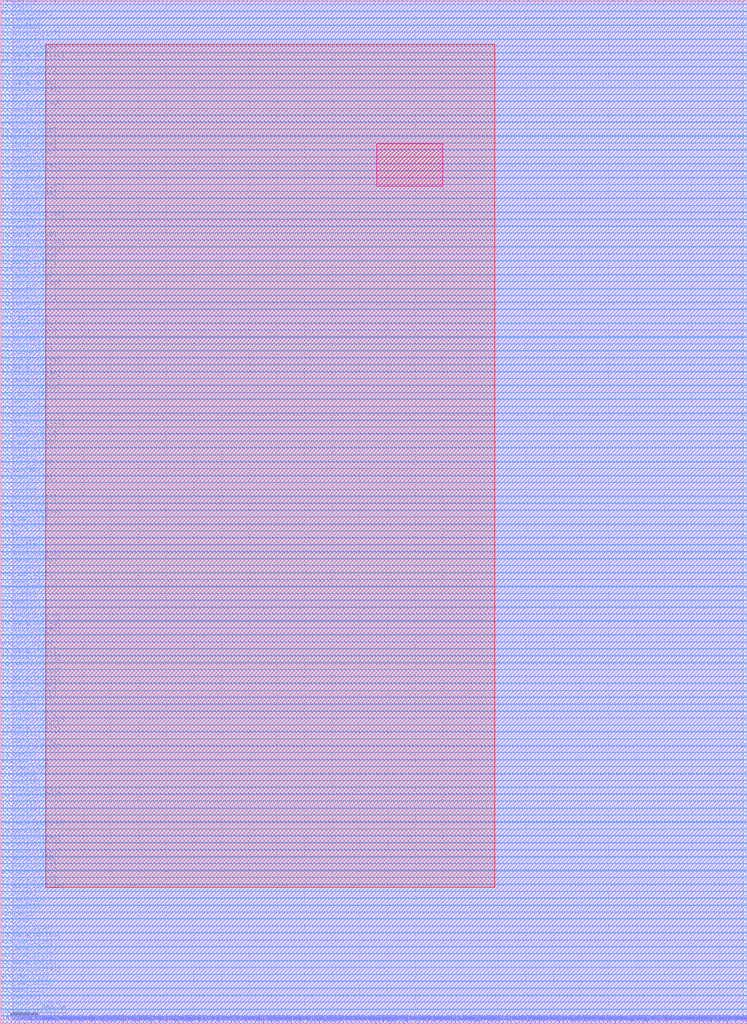
<source format=lef>
VERSION 5.7 ;
  NOWIREEXTENSIONATPIN ON ;
  DIVIDERCHAR "/" ;
  BUSBITCHARS "[]" ;
MACRO user_project_wrapper
  CLASS BLOCK ;
  FOREIGN user_project_wrapper ;
  ORIGIN 0.000 0.000 ;
  SIZE 2700.000 BY 3700.000 ;
  PIN io_in[0]
    DIRECTION INPUT ;
    PORT
      LAYER met3 ;
        RECT 0.000 3659.800 4.000 3660.400 ;
    END
  END io_in[0]
  PIN io_in[10]
    DIRECTION INPUT ;
    PORT
      LAYER met3 ;
        RECT 2696.000 1655.160 2700.000 1655.760 ;
    END
  END io_in[10]
  PIN io_in[11]
    DIRECTION INPUT ;
    PORT
      LAYER met2 ;
        RECT 2061.810 3696.000 2062.090 3700.000 ;
    END
  END io_in[11]
  PIN io_in[12]
    DIRECTION INPUT ;
    PORT
      LAYER met2 ;
        RECT 2255.930 0.000 2256.210 4.000 ;
    END
  END io_in[12]
  PIN io_in[13]
    DIRECTION INPUT ;
    PORT
      LAYER met3 ;
        RECT 0.000 1931.240 4.000 1931.840 ;
    END
  END io_in[13]
  PIN io_in[14]
    DIRECTION INPUT ;
    PORT
      LAYER met3 ;
        RECT 0.000 730.360 4.000 730.960 ;
    END
  END io_in[14]
  PIN io_in[15]
    DIRECTION INPUT ;
    PORT
      LAYER met2 ;
        RECT 147.290 3696.000 147.570 3700.000 ;
    END
  END io_in[15]
  PIN io_in[16]
    DIRECTION INPUT ;
    PORT
      LAYER met2 ;
        RECT 611.890 0.000 612.170 4.000 ;
    END
  END io_in[16]
  PIN io_in[17]
    DIRECTION INPUT ;
    PORT
      LAYER met2 ;
        RECT 1519.930 3696.000 1520.210 3700.000 ;
    END
  END io_in[17]
  PIN io_in[18]
    DIRECTION INPUT ;
    PORT
      LAYER met2 ;
        RECT 2695.690 0.000 2695.970 4.000 ;
    END
  END io_in[18]
  PIN io_in[19]
    DIRECTION INPUT ;
    PORT
      LAYER met2 ;
        RECT 1045.210 3696.000 1045.490 3700.000 ;
    END
  END io_in[19]
  PIN io_in[1]
    DIRECTION INPUT ;
    PORT
      LAYER met3 ;
        RECT 2696.000 1153.320 2700.000 1153.920 ;
    END
  END io_in[1]
  PIN io_in[20]
    DIRECTION INPUT ;
    PORT
      LAYER met2 ;
        RECT 205.250 0.000 205.530 4.000 ;
    END
  END io_in[20]
  PIN io_in[21]
    DIRECTION INPUT ;
    PORT
      LAYER met3 ;
        RECT 0.000 1481.080 4.000 1481.680 ;
    END
  END io_in[21]
  PIN io_in[22]
    DIRECTION INPUT ;
    PORT
      LAYER met2 ;
        RECT 561.290 0.000 561.570 4.000 ;
    END
  END io_in[22]
  PIN io_in[23]
    DIRECTION INPUT ;
    PORT
      LAYER met2 ;
        RECT 2011.210 3696.000 2011.490 3700.000 ;
    END
  END io_in[23]
  PIN io_in[24]
    DIRECTION INPUT ;
    PORT
      LAYER met3 ;
        RECT 2696.000 352.280 2700.000 352.880 ;
    END
  END io_in[24]
  PIN io_in[25]
    DIRECTION INPUT ;
    PORT
      LAYER met3 ;
        RECT 0.000 1130.200 4.000 1130.800 ;
    END
  END io_in[25]
  PIN io_in[26]
    DIRECTION INPUT ;
    PORT
      LAYER met2 ;
        RECT 323.930 0.000 324.210 4.000 ;
    END
  END io_in[26]
  PIN io_in[27]
    DIRECTION INPUT ;
    PORT
      LAYER met3 ;
        RECT 0.000 1531.400 4.000 1532.000 ;
    END
  END io_in[27]
  PIN io_in[28]
    DIRECTION INPUT ;
    PORT
      LAYER met3 ;
        RECT 2696.000 2932.200 2700.000 2932.800 ;
    END
  END io_in[28]
  PIN io_in[29]
    DIRECTION INPUT ;
    PORT
      LAYER met2 ;
        RECT 663.410 0.000 663.690 4.000 ;
    END
  END io_in[29]
  PIN io_in[2]
    DIRECTION INPUT ;
    PORT
      LAYER met3 ;
        RECT 0.000 3258.600 4.000 3259.200 ;
    END
  END io_in[2]
  PIN io_in[30]
    DIRECTION INPUT ;
    PORT
      LAYER met2 ;
        RECT 2645.090 0.000 2645.370 4.000 ;
    END
  END io_in[30]
  PIN io_in[31]
    DIRECTION INPUT ;
    PORT
      LAYER met2 ;
        RECT 1028.650 3696.000 1028.930 3700.000 ;
    END
  END io_in[31]
  PIN io_in[32]
    DIRECTION INPUT ;
    PORT
      LAYER met3 ;
        RECT 0.000 454.280 4.000 454.880 ;
    END
  END io_in[32]
  PIN io_in[33]
    DIRECTION INPUT ;
    PORT
      LAYER met2 ;
        RECT 1163.890 3696.000 1164.170 3700.000 ;
    END
  END io_in[33]
  PIN io_in[34]
    DIRECTION INPUT ;
    PORT
      LAYER met2 ;
        RECT 960.570 3696.000 960.850 3700.000 ;
    END
  END io_in[34]
  PIN io_in[35]
    DIRECTION INPUT ;
    PORT
      LAYER met2 ;
        RECT 1391.130 0.000 1391.410 4.000 ;
    END
  END io_in[35]
  PIN io_in[36]
    DIRECTION INPUT ;
    PORT
      LAYER met3 ;
        RECT 2696.000 3007.000 2700.000 3007.600 ;
    END
  END io_in[36]
  PIN io_in[37]
    DIRECTION INPUT ;
    PORT
      LAYER met2 ;
        RECT 2621.170 3696.000 2621.450 3700.000 ;
    END
  END io_in[37]
  PIN io_in[3]
    DIRECTION INPUT ;
    PORT
      LAYER met3 ;
        RECT 2696.000 2230.440 2700.000 2231.040 ;
    END
  END io_in[3]
  PIN io_in[4]
    DIRECTION INPUT ;
    PORT
      LAYER met2 ;
        RECT 1120.650 0.000 1120.930 4.000 ;
    END
  END io_in[4]
  PIN io_in[5]
    DIRECTION INPUT ;
    PORT
      LAYER met2 ;
        RECT 442.610 0.000 442.890 4.000 ;
    END
  END io_in[5]
  PIN io_in[6]
    DIRECTION INPUT ;
    PORT
      LAYER met3 ;
        RECT 2696.000 3583.640 2700.000 3584.240 ;
    END
  END io_in[6]
  PIN io_in[7]
    DIRECTION INPUT ;
    PORT
      LAYER met2 ;
        RECT 1468.410 3696.000 1468.690 3700.000 ;
    END
  END io_in[7]
  PIN io_in[8]
    DIRECTION INPUT ;
    PORT
      LAYER met2 ;
        RECT 79.210 3696.000 79.490 3700.000 ;
    END
  END io_in[8]
  PIN io_in[9]
    DIRECTION INPUT ;
    PORT
      LAYER met2 ;
        RECT 452.730 3696.000 453.010 3700.000 ;
    END
  END io_in[9]
  PIN io_oeb[0]
    DIRECTION OUTPUT TRISTATE ;
    PORT
      LAYER met3 ;
        RECT 2696.000 2205.960 2700.000 2206.560 ;
    END
  END io_oeb[0]
  PIN io_oeb[10]
    DIRECTION OUTPUT TRISTATE ;
    PORT
      LAYER met3 ;
        RECT 2696.000 3283.080 2700.000 3283.680 ;
    END
  END io_oeb[10]
  PIN io_oeb[11]
    DIRECTION OUTPUT TRISTATE ;
    PORT
      LAYER met3 ;
        RECT 2696.000 1855.080 2700.000 1855.680 ;
    END
  END io_oeb[11]
  PIN io_oeb[12]
    DIRECTION OUTPUT TRISTATE ;
    PORT
      LAYER met3 ;
        RECT 0.000 1029.560 4.000 1030.160 ;
    END
  END io_oeb[12]
  PIN io_oeb[13]
    DIRECTION OUTPUT TRISTATE ;
    PORT
      LAYER met2 ;
        RECT 485.850 3696.000 486.130 3700.000 ;
    END
  END io_oeb[13]
  PIN io_oeb[14]
    DIRECTION OUTPUT TRISTATE ;
    PORT
      LAYER met2 ;
        RECT 544.730 0.000 545.010 4.000 ;
    END
  END io_oeb[14]
  PIN io_oeb[15]
    DIRECTION OUTPUT TRISTATE ;
    PORT
      LAYER met3 ;
        RECT 2696.000 727.640 2700.000 728.240 ;
    END
  END io_oeb[15]
  PIN io_oeb[16]
    DIRECTION OUTPUT TRISTATE ;
    PORT
      LAYER met3 ;
        RECT 0.000 855.480 4.000 856.080 ;
    END
  END io_oeb[16]
  PIN io_oeb[17]
    DIRECTION OUTPUT TRISTATE ;
    PORT
      LAYER met3 ;
        RECT 2696.000 1804.760 2700.000 1805.360 ;
    END
  END io_oeb[17]
  PIN io_oeb[18]
    DIRECTION OUTPUT TRISTATE ;
    PORT
      LAYER met2 ;
        RECT 2187.850 0.000 2188.130 4.000 ;
    END
  END io_oeb[18]
  PIN io_oeb[19]
    DIRECTION OUTPUT TRISTATE ;
    PORT
      LAYER met2 ;
        RECT 408.570 0.000 408.850 4.000 ;
    END
  END io_oeb[19]
  PIN io_oeb[1]
    DIRECTION OUTPUT TRISTATE ;
    PORT
      LAYER met2 ;
        RECT 604.530 3696.000 604.810 3700.000 ;
    END
  END io_oeb[1]
  PIN io_oeb[20]
    DIRECTION OUTPUT TRISTATE ;
    PORT
      LAYER met3 ;
        RECT 2696.000 3232.760 2700.000 3233.360 ;
    END
  END io_oeb[20]
  PIN io_oeb[21]
    DIRECTION OUTPUT TRISTATE ;
    PORT
      LAYER met2 ;
        RECT 1892.530 3696.000 1892.810 3700.000 ;
    END
  END io_oeb[21]
  PIN io_oeb[22]
    DIRECTION OUTPUT TRISTATE ;
    PORT
      LAYER met3 ;
        RECT 0.000 78.920 4.000 79.520 ;
    END
  END io_oeb[22]
  PIN io_oeb[23]
    DIRECTION OUTPUT TRISTATE ;
    PORT
      LAYER met3 ;
        RECT 0.000 403.960 4.000 404.560 ;
    END
  END io_oeb[23]
  PIN io_oeb[24]
    DIRECTION OUTPUT TRISTATE ;
    PORT
      LAYER met3 ;
        RECT 0.000 1581.720 4.000 1582.320 ;
    END
  END io_oeb[24]
  PIN io_oeb[25]
    DIRECTION OUTPUT TRISTATE ;
    PORT
      LAYER met2 ;
        RECT 2272.490 0.000 2272.770 4.000 ;
    END
  END io_oeb[25]
  PIN io_oeb[26]
    DIRECTION OUTPUT TRISTATE ;
    PORT
      LAYER met2 ;
        RECT 1815.250 0.000 1815.530 4.000 ;
    END
  END io_oeb[26]
  PIN io_oeb[27]
    DIRECTION OUTPUT TRISTATE ;
    PORT
      LAYER met3 ;
        RECT 2696.000 3632.600 2700.000 3633.200 ;
    END
  END io_oeb[27]
  PIN io_oeb[28]
    DIRECTION OUTPUT TRISTATE ;
    PORT
      LAYER met2 ;
        RECT 2434.410 3696.000 2434.690 3700.000 ;
    END
  END io_oeb[28]
  PIN io_oeb[29]
    DIRECTION OUTPUT TRISTATE ;
    PORT
      LAYER met3 ;
        RECT 2696.000 51.720 2700.000 52.320 ;
    END
  END io_oeb[29]
  PIN io_oeb[2]
    DIRECTION OUTPUT TRISTATE ;
    PORT
      LAYER met2 ;
        RECT 1401.250 3696.000 1401.530 3700.000 ;
    END
  END io_oeb[2]
  PIN io_oeb[30]
    DIRECTION OUTPUT TRISTATE ;
    PORT
      LAYER met3 ;
        RECT 0.000 1505.560 4.000 1506.160 ;
    END
  END io_oeb[30]
  PIN io_oeb[31]
    DIRECTION OUTPUT TRISTATE ;
    PORT
      LAYER met2 ;
        RECT 1645.970 0.000 1646.250 4.000 ;
    END
  END io_oeb[31]
  PIN io_oeb[32]
    DIRECTION OUTPUT TRISTATE ;
    PORT
      LAYER met2 ;
        RECT 62.650 3696.000 62.930 3700.000 ;
    END
  END io_oeb[32]
  PIN io_oeb[33]
    DIRECTION OUTPUT TRISTATE ;
    PORT
      LAYER met3 ;
        RECT 0.000 3409.560 4.000 3410.160 ;
    END
  END io_oeb[33]
  PIN io_oeb[34]
    DIRECTION OUTPUT TRISTATE ;
    PORT
      LAYER met2 ;
        RECT 460.090 0.000 460.370 4.000 ;
    END
  END io_oeb[34]
  PIN io_oeb[35]
    DIRECTION OUTPUT TRISTATE ;
    PORT
      LAYER met3 ;
        RECT 0.000 1706.840 4.000 1707.440 ;
    END
  END io_oeb[35]
  PIN io_oeb[36]
    DIRECTION OUTPUT TRISTATE ;
    PORT
      LAYER met3 ;
        RECT 0.000 3585.000 4.000 3585.600 ;
    END
  END io_oeb[36]
  PIN io_oeb[37]
    DIRECTION OUTPUT TRISTATE ;
    PORT
      LAYER met3 ;
        RECT 2696.000 2331.080 2700.000 2331.680 ;
    END
  END io_oeb[37]
  PIN io_oeb[3]
    DIRECTION OUTPUT TRISTATE ;
    PORT
      LAYER met3 ;
        RECT 0.000 879.960 4.000 880.560 ;
    END
  END io_oeb[3]
  PIN io_oeb[4]
    DIRECTION OUTPUT TRISTATE ;
    PORT
      LAYER met2 ;
        RECT 2569.650 3696.000 2569.930 3700.000 ;
    END
  END io_oeb[4]
  PIN io_oeb[5]
    DIRECTION OUTPUT TRISTATE ;
    PORT
      LAYER met2 ;
        RECT 706.650 3696.000 706.930 3700.000 ;
    END
  END io_oeb[5]
  PIN io_oeb[6]
    DIRECTION OUTPUT TRISTATE ;
    PORT
      LAYER met3 ;
        RECT 2696.000 3682.920 2700.000 3683.520 ;
    END
  END io_oeb[6]
  PIN io_oeb[7]
    DIRECTION OUTPUT TRISTATE ;
    PORT
      LAYER met2 ;
        RECT 1442.650 0.000 1442.930 4.000 ;
    END
  END io_oeb[7]
  PIN io_oeb[8]
    DIRECTION OUTPUT TRISTATE ;
    PORT
      LAYER met2 ;
        RECT 2163.010 3696.000 2163.290 3700.000 ;
    END
  END io_oeb[8]
  PIN io_oeb[9]
    DIRECTION OUTPUT TRISTATE ;
    PORT
      LAYER met2 ;
        RECT 595.330 0.000 595.610 4.000 ;
    END
  END io_oeb[9]
  PIN io_out[0]
    DIRECTION OUTPUT TRISTATE ;
    PORT
      LAYER met2 ;
        RECT 537.370 3696.000 537.650 3700.000 ;
    END
  END io_out[0]
  PIN io_out[10]
    DIRECTION OUTPUT TRISTATE ;
    PORT
      LAYER met2 ;
        RECT 401.210 3696.000 401.490 3700.000 ;
    END
  END io_out[10]
  PIN io_out[11]
    DIRECTION OUTPUT TRISTATE ;
    PORT
      LAYER met2 ;
        RECT 748.050 0.000 748.330 4.000 ;
    END
  END io_out[11]
  PIN io_out[12]
    DIRECTION OUTPUT TRISTATE ;
    PORT
      LAYER met2 ;
        RECT 2103.210 0.000 2103.490 4.000 ;
    END
  END io_out[12]
  PIN io_out[13]
    DIRECTION OUTPUT TRISTATE ;
    PORT
      LAYER met2 ;
        RECT 2204.410 0.000 2204.690 4.000 ;
    END
  END io_out[13]
  PIN io_out[14]
    DIRECTION OUTPUT TRISTATE ;
    PORT
      LAYER met3 ;
        RECT 2696.000 2131.160 2700.000 2131.760 ;
    END
  END io_out[14]
  PIN io_out[15]
    DIRECTION OUTPUT TRISTATE ;
    PORT
      LAYER met3 ;
        RECT 2696.000 3357.880 2700.000 3358.480 ;
    END
  END io_out[15]
  PIN io_out[16]
    DIRECTION OUTPUT TRISTATE ;
    PORT
      LAYER met3 ;
        RECT 0.000 2958.040 4.000 2958.640 ;
    END
  END io_out[16]
  PIN io_out[17]
    DIRECTION OUTPUT TRISTATE ;
    PORT
      LAYER met2 ;
        RECT 35.970 0.000 36.250 4.000 ;
    END
  END io_out[17]
  PIN io_out[18]
    DIRECTION OUTPUT TRISTATE ;
    PORT
      LAYER met2 ;
        RECT 290.810 0.000 291.090 4.000 ;
    END
  END io_out[18]
  PIN io_out[19]
    DIRECTION OUTPUT TRISTATE ;
    PORT
      LAYER met2 ;
        RECT 1587.090 3696.000 1587.370 3700.000 ;
    END
  END io_out[19]
  PIN io_out[1]
    DIRECTION OUTPUT TRISTATE ;
    PORT
      LAYER met3 ;
        RECT 0.000 779.320 4.000 779.920 ;
    END
  END io_out[1]
  PIN io_out[20]
    DIRECTION OUTPUT TRISTATE ;
    PORT
      LAYER met2 ;
        RECT 1696.570 0.000 1696.850 4.000 ;
    END
  END io_out[20]
  PIN io_out[21]
    DIRECTION OUTPUT TRISTATE ;
    PORT
      LAYER met2 ;
        RECT 341.410 0.000 341.690 4.000 ;
    END
  END io_out[21]
  PIN io_out[22]
    DIRECTION OUTPUT TRISTATE ;
    PORT
      LAYER met2 ;
        RECT 714.010 0.000 714.290 4.000 ;
    END
  END io_out[22]
  PIN io_out[23]
    DIRECTION OUTPUT TRISTATE ;
    PORT
      LAYER met2 ;
        RECT 2459.250 0.000 2459.530 4.000 ;
    END
  END io_out[23]
  PIN io_out[24]
    DIRECTION OUTPUT TRISTATE ;
    PORT
      LAYER met3 ;
        RECT 2696.000 2405.880 2700.000 2406.480 ;
    END
  END io_out[24]
  PIN io_out[25]
    DIRECTION OUTPUT TRISTATE ;
    PORT
      LAYER met3 ;
        RECT 0.000 2558.200 4.000 2558.800 ;
    END
  END io_out[25]
  PIN io_out[26]
    DIRECTION OUTPUT TRISTATE ;
    PORT
      LAYER met2 ;
        RECT 578.770 0.000 579.050 4.000 ;
    END
  END io_out[26]
  PIN io_out[27]
    DIRECTION OUTPUT TRISTATE ;
    PORT
      LAYER met2 ;
        RECT 553.930 3696.000 554.210 3700.000 ;
    END
  END io_out[27]
  PIN io_out[28]
    DIRECTION OUTPUT TRISTATE ;
    PORT
      LAYER met2 ;
        RECT 645.930 0.000 646.210 4.000 ;
    END
  END io_out[28]
  PIN io_out[29]
    DIRECTION OUTPUT TRISTATE ;
    PORT
      LAYER met3 ;
        RECT 0.000 1731.320 4.000 1731.920 ;
    END
  END io_out[29]
  PIN io_out[2]
    DIRECTION OUTPUT TRISTATE ;
    PORT
      LAYER met3 ;
        RECT 2696.000 3483.000 2700.000 3483.600 ;
    END
  END io_out[2]
  PIN io_out[30]
    DIRECTION OUTPUT TRISTATE ;
    PORT
      LAYER met2 ;
        RECT 1129.850 3696.000 1130.130 3700.000 ;
    END
  END io_out[30]
  PIN io_out[31]
    DIRECTION OUTPUT TRISTATE ;
    PORT
      LAYER met3 ;
        RECT 2696.000 979.240 2700.000 979.840 ;
    END
  END io_out[31]
  PIN io_out[32]
    DIRECTION OUTPUT TRISTATE ;
    PORT
      LAYER met2 ;
        RECT 1655.170 3696.000 1655.450 3700.000 ;
    END
  END io_out[32]
  PIN io_out[33]
    DIRECTION OUTPUT TRISTATE ;
    PORT
      LAYER met2 ;
        RECT 1011.170 3696.000 1011.450 3700.000 ;
    END
  END io_out[33]
  PIN io_out[34]
    DIRECTION OUTPUT TRISTATE ;
    PORT
      LAYER met2 ;
        RECT 316.570 3696.000 316.850 3700.000 ;
    END
  END io_out[34]
  PIN io_out[35]
    DIRECTION OUTPUT TRISTATE ;
    PORT
      LAYER met3 ;
        RECT 2696.000 1128.840 2700.000 1129.440 ;
    END
  END io_out[35]
  PIN io_out[36]
    DIRECTION OUTPUT TRISTATE ;
    PORT
      LAYER met3 ;
        RECT 0.000 2056.360 4.000 2056.960 ;
    END
  END io_out[36]
  PIN io_out[37]
    DIRECTION OUTPUT TRISTATE ;
    PORT
      LAYER met3 ;
        RECT 2696.000 3432.680 2700.000 3433.280 ;
    END
  END io_out[37]
  PIN io_out[3]
    DIRECTION OUTPUT TRISTATE ;
    PORT
      LAYER met2 ;
        RECT 1705.770 3696.000 1706.050 3700.000 ;
    END
  END io_out[3]
  PIN io_out[4]
    DIRECTION OUTPUT TRISTATE ;
    PORT
      LAYER met3 ;
        RECT 2696.000 1530.040 2700.000 1530.640 ;
    END
  END io_out[4]
  PIN io_out[5]
    DIRECTION OUTPUT TRISTATE ;
    PORT
      LAYER met3 ;
        RECT 0.000 1906.760 4.000 1907.360 ;
    END
  END io_out[5]
  PIN io_out[6]
    DIRECTION OUTPUT TRISTATE ;
    PORT
      LAYER met2 ;
        RECT 2231.090 3696.000 2231.370 3700.000 ;
    END
  END io_out[6]
  PIN io_out[7]
    DIRECTION OUTPUT TRISTATE ;
    PORT
      LAYER met2 ;
        RECT 764.610 0.000 764.890 4.000 ;
    END
  END io_out[7]
  PIN io_out[8]
    DIRECTION OUTPUT TRISTATE ;
    PORT
      LAYER met2 ;
        RECT 1680.010 0.000 1680.290 4.000 ;
    END
  END io_out[8]
  PIN io_out[9]
    DIRECTION OUTPUT TRISTATE ;
    PORT
      LAYER met2 ;
        RECT 164.770 3696.000 165.050 3700.000 ;
    END
  END io_out[9]
  PIN la_data_in[0]
    DIRECTION INPUT ;
    PORT
      LAYER met2 ;
        RECT 1459.210 0.000 1459.490 4.000 ;
    END
  END la_data_in[0]
  PIN la_data_in[100]
    DIRECTION INPUT ;
    PORT
      LAYER met3 ;
        RECT 2696.000 903.080 2700.000 903.680 ;
    END
  END la_data_in[100]
  PIN la_data_in[101]
    DIRECTION INPUT ;
    PORT
      LAYER met3 ;
        RECT 2696.000 427.080 2700.000 427.680 ;
    END
  END la_data_in[101]
  PIN la_data_in[102]
    DIRECTION INPUT ;
    PORT
      LAYER met2 ;
        RECT 723.210 3696.000 723.490 3700.000 ;
    END
  END la_data_in[102]
  PIN la_data_in[103]
    DIRECTION INPUT ;
    PORT
      LAYER met2 ;
        RECT 2383.810 3696.000 2384.090 3700.000 ;
    END
  END la_data_in[103]
  PIN la_data_in[104]
    DIRECTION INPUT ;
    PORT
      LAYER met2 ;
        RECT 1757.290 3696.000 1757.570 3700.000 ;
    END
  END la_data_in[104]
  PIN la_data_in[105]
    DIRECTION INPUT ;
    PORT
      LAYER met2 ;
        RECT 2357.130 0.000 2357.410 4.000 ;
    END
  END la_data_in[105]
  PIN la_data_in[106]
    DIRECTION INPUT ;
    PORT
      LAYER met3 ;
        RECT 0.000 1456.600 4.000 1457.200 ;
    END
  END la_data_in[106]
  PIN la_data_in[107]
    DIRECTION INPUT ;
    PORT
      LAYER met3 ;
        RECT 2696.000 1328.760 2700.000 1329.360 ;
    END
  END la_data_in[107]
  PIN la_data_in[108]
    DIRECTION INPUT ;
    PORT
      LAYER met2 ;
        RECT 2553.090 3696.000 2553.370 3700.000 ;
    END
  END la_data_in[108]
  PIN la_data_in[109]
    DIRECTION INPUT ;
    PORT
      LAYER met3 ;
        RECT 0.000 1255.320 4.000 1255.920 ;
    END
  END la_data_in[109]
  PIN la_data_in[10]
    DIRECTION INPUT ;
    PORT
      LAYER met3 ;
        RECT 0.000 2483.400 4.000 2484.000 ;
    END
  END la_data_in[10]
  PIN la_data_in[110]
    DIRECTION INPUT ;
    PORT
      LAYER met2 ;
        RECT 53.450 0.000 53.730 4.000 ;
    END
  END la_data_in[110]
  PIN la_data_in[111]
    DIRECTION INPUT ;
    PORT
      LAYER met3 ;
        RECT 0.000 1230.840 4.000 1231.440 ;
    END
  END la_data_in[111]
  PIN la_data_in[112]
    DIRECTION INPUT ;
    PORT
      LAYER met2 ;
        RECT 2509.850 0.000 2510.130 4.000 ;
    END
  END la_data_in[112]
  PIN la_data_in[113]
    DIRECTION INPUT ;
    PORT
      LAYER met2 ;
        RECT 2679.130 0.000 2679.410 4.000 ;
    END
  END la_data_in[113]
  PIN la_data_in[114]
    DIRECTION INPUT ;
    PORT
      LAYER met2 ;
        RECT 757.250 3696.000 757.530 3700.000 ;
    END
  END la_data_in[114]
  PIN la_data_in[115]
    DIRECTION INPUT ;
    PORT
      LAYER met3 ;
        RECT 0.000 1305.640 4.000 1306.240 ;
    END
  END la_data_in[115]
  PIN la_data_in[116]
    DIRECTION INPUT ;
    PORT
      LAYER met2 ;
        RECT 476.650 0.000 476.930 4.000 ;
    END
  END la_data_in[116]
  PIN la_data_in[117]
    DIRECTION INPUT ;
    PORT
      LAYER met2 ;
        RECT 1977.170 3696.000 1977.450 3700.000 ;
    END
  END la_data_in[117]
  PIN la_data_in[118]
    DIRECTION INPUT ;
    PORT
      LAYER met2 ;
        RECT 1933.930 0.000 1934.210 4.000 ;
    END
  END la_data_in[118]
  PIN la_data_in[119]
    DIRECTION INPUT ;
    PORT
      LAYER met2 ;
        RECT 188.690 0.000 188.970 4.000 ;
    END
  END la_data_in[119]
  PIN la_data_in[11]
    DIRECTION INPUT ;
    PORT
      LAYER met3 ;
        RECT 0.000 3434.040 4.000 3434.640 ;
    END
  END la_data_in[11]
  PIN la_data_in[120]
    DIRECTION INPUT ;
    PORT
      LAYER met3 ;
        RECT 0.000 980.600 4.000 981.200 ;
    END
  END la_data_in[120]
  PIN la_data_in[121]
    DIRECTION INPUT ;
    PORT
      LAYER met3 ;
        RECT 0.000 2782.600 4.000 2783.200 ;
    END
  END la_data_in[121]
  PIN la_data_in[122]
    DIRECTION INPUT ;
    PORT
      LAYER met3 ;
        RECT 0.000 2657.480 4.000 2658.080 ;
    END
  END la_data_in[122]
  PIN la_data_in[123]
    DIRECTION INPUT ;
    PORT
      LAYER met3 ;
        RECT 2696.000 1729.960 2700.000 1730.560 ;
    END
  END la_data_in[123]
  PIN la_data_in[124]
    DIRECTION INPUT ;
    PORT
      LAYER met3 ;
        RECT 0.000 1055.400 4.000 1056.000 ;
    END
  END la_data_in[124]
  PIN la_data_in[125]
    DIRECTION INPUT ;
    PORT
      LAYER met3 ;
        RECT 2696.000 301.960 2700.000 302.560 ;
    END
  END la_data_in[125]
  PIN la_data_in[126]
    DIRECTION INPUT ;
    PORT
      LAYER met3 ;
        RECT 2696.000 2906.360 2700.000 2906.960 ;
    END
  END la_data_in[126]
  PIN la_data_in[127]
    DIRECTION INPUT ;
    PORT
      LAYER met3 ;
        RECT 0.000 3559.160 4.000 3559.760 ;
    END
  END la_data_in[127]
  PIN la_data_in[12]
    DIRECTION INPUT ;
    PORT
      LAYER met3 ;
        RECT 2696.000 3658.440 2700.000 3659.040 ;
    END
  END la_data_in[12]
  PIN la_data_in[13]
    DIRECTION INPUT ;
    PORT
      LAYER met2 ;
        RECT 782.090 0.000 782.370 4.000 ;
    END
  END la_data_in[13]
  PIN la_data_in[14]
    DIRECTION INPUT ;
    PORT
      LAYER met2 ;
        RECT 730.570 0.000 730.850 4.000 ;
    END
  END la_data_in[14]
  PIN la_data_in[15]
    DIRECTION INPUT ;
    PORT
      LAYER met2 ;
        RECT 944.010 3696.000 944.290 3700.000 ;
    END
  END la_data_in[15]
  PIN la_data_in[16]
    DIRECTION INPUT ;
    PORT
      LAYER met3 ;
        RECT 0.000 204.040 4.000 204.640 ;
    END
  END la_data_in[16]
  PIN la_data_in[17]
    DIRECTION INPUT ;
    PORT
      LAYER met2 ;
        RECT 222.730 0.000 223.010 4.000 ;
    END
  END la_data_in[17]
  PIN la_data_in[18]
    DIRECTION INPUT ;
    PORT
      LAYER met2 ;
        RECT 503.330 3696.000 503.610 3700.000 ;
    END
  END la_data_in[18]
  PIN la_data_in[19]
    DIRECTION INPUT ;
    PORT
      LAYER met3 ;
        RECT 2696.000 77.560 2700.000 78.160 ;
    END
  END la_data_in[19]
  PIN la_data_in[1]
    DIRECTION INPUT ;
    PORT
      LAYER met2 ;
        RECT 2214.530 3696.000 2214.810 3700.000 ;
    END
  END la_data_in[1]
  PIN la_data_in[20]
    DIRECTION INPUT ;
    PORT
      LAYER met3 ;
        RECT 2696.000 1104.360 2700.000 1104.960 ;
    END
  END la_data_in[20]
  PIN la_data_in[21]
    DIRECTION INPUT ;
    PORT
      LAYER met2 ;
        RECT 1967.970 0.000 1968.250 4.000 ;
    END
  END la_data_in[21]
  PIN la_data_in[22]
    DIRECTION INPUT ;
    PORT
      LAYER met2 ;
        RECT 256.770 0.000 257.050 4.000 ;
    END
  END la_data_in[22]
  PIN la_data_in[23]
    DIRECTION INPUT ;
    PORT
      LAYER met3 ;
        RECT 2696.000 3382.360 2700.000 3382.960 ;
    END
  END la_data_in[23]
  PIN la_data_in[24]
    DIRECTION INPUT ;
    PORT
      LAYER met3 ;
        RECT 2696.000 2055.000 2700.000 2055.600 ;
    END
  END la_data_in[24]
  PIN la_data_in[25]
    DIRECTION INPUT ;
    PORT
      LAYER met3 ;
        RECT 2696.000 2556.840 2700.000 2557.440 ;
    END
  END la_data_in[25]
  PIN la_data_in[26]
    DIRECTION INPUT ;
    PORT
      LAYER met2 ;
        RECT 791.290 3696.000 791.570 3700.000 ;
    END
  END la_data_in[26]
  PIN la_data_in[27]
    DIRECTION INPUT ;
    PORT
      LAYER met3 ;
        RECT 0.000 2106.680 4.000 2107.280 ;
    END
  END la_data_in[27]
  PIN la_data_in[28]
    DIRECTION INPUT ;
    PORT
      LAYER met3 ;
        RECT 2696.000 1078.520 2700.000 1079.120 ;
    END
  END la_data_in[28]
  PIN la_data_in[29]
    DIRECTION INPUT ;
    PORT
      LAYER met2 ;
        RECT 672.610 3696.000 672.890 3700.000 ;
    END
  END la_data_in[29]
  PIN la_data_in[2]
    DIRECTION INPUT ;
    PORT
      LAYER met3 ;
        RECT 0.000 2356.920 4.000 2357.520 ;
    END
  END la_data_in[2]
  PIN la_data_in[30]
    DIRECTION INPUT ;
    PORT
      LAYER met2 ;
        RECT 917.330 0.000 917.610 4.000 ;
    END
  END la_data_in[30]
  PIN la_data_in[31]
    DIRECTION INPUT ;
    PORT
      LAYER met3 ;
        RECT 2696.000 3458.520 2700.000 3459.120 ;
    END
  END la_data_in[31]
  PIN la_data_in[32]
    DIRECTION INPUT ;
    PORT
      LAYER met3 ;
        RECT 2696.000 1754.440 2700.000 1755.040 ;
    END
  END la_data_in[32]
  PIN la_data_in[33]
    DIRECTION INPUT ;
    PORT
      LAYER met3 ;
        RECT 0.000 504.600 4.000 505.200 ;
    END
  END la_data_in[33]
  PIN la_data_in[34]
    DIRECTION INPUT ;
    PORT
      LAYER met3 ;
        RECT 2696.000 2857.400 2700.000 2858.000 ;
    END
  END la_data_in[34]
  PIN la_data_in[35]
    DIRECTION INPUT ;
    PORT
      LAYER met2 ;
        RECT 1841.930 3696.000 1842.210 3700.000 ;
    END
  END la_data_in[35]
  PIN la_data_in[36]
    DIRECTION INPUT ;
    PORT
      LAYER met3 ;
        RECT 0.000 2758.120 4.000 2758.720 ;
    END
  END la_data_in[36]
  PIN la_data_in[37]
    DIRECTION INPUT ;
    PORT
      LAYER met3 ;
        RECT 0.000 3183.800 4.000 3184.400 ;
    END
  END la_data_in[37]
  PIN la_data_in[38]
    DIRECTION INPUT ;
    PORT
      LAYER met3 ;
        RECT 2696.000 3081.800 2700.000 3082.400 ;
    END
  END la_data_in[38]
  PIN la_data_in[39]
    DIRECTION INPUT ;
    PORT
      LAYER met3 ;
        RECT 2696.000 2706.440 2700.000 2707.040 ;
    END
  END la_data_in[39]
  PIN la_data_in[3]
    DIRECTION INPUT ;
    PORT
      LAYER met2 ;
        RECT 239.290 0.000 239.570 4.000 ;
    END
  END la_data_in[3]
  PIN la_data_in[40]
    DIRECTION INPUT ;
    PORT
      LAYER met3 ;
        RECT 0.000 2832.920 4.000 2833.520 ;
    END
  END la_data_in[40]
  PIN la_data_in[41]
    DIRECTION INPUT ;
    PORT
      LAYER met2 ;
        RECT 1604.570 3696.000 1604.850 3700.000 ;
    END
  END la_data_in[41]
  PIN la_data_in[42]
    DIRECTION INPUT ;
    PORT
      LAYER met3 ;
        RECT 0.000 28.600 4.000 29.200 ;
    END
  END la_data_in[42]
  PIN la_data_in[43]
    DIRECTION INPUT ;
    PORT
      LAYER met3 ;
        RECT 0.000 3133.480 4.000 3134.080 ;
    END
  END la_data_in[43]
  PIN la_data_in[44]
    DIRECTION INPUT ;
    PORT
      LAYER met3 ;
        RECT 2696.000 1003.720 2700.000 1004.320 ;
    END
  END la_data_in[44]
  PIN la_data_in[45]
    DIRECTION INPUT ;
    PORT
      LAYER met2 ;
        RECT 1638.610 3696.000 1638.890 3700.000 ;
    END
  END la_data_in[45]
  PIN la_data_in[46]
    DIRECTION INPUT ;
    PORT
      LAYER met3 ;
        RECT 0.000 3383.720 4.000 3384.320 ;
    END
  END la_data_in[46]
  PIN la_data_in[47]
    DIRECTION INPUT ;
    PORT
      LAYER met2 ;
        RECT 933.890 0.000 934.170 4.000 ;
    END
  END la_data_in[47]
  PIN la_data_in[48]
    DIRECTION INPUT ;
    PORT
      LAYER met2 ;
        RECT 2391.170 0.000 2391.450 4.000 ;
    END
  END la_data_in[48]
  PIN la_data_in[49]
    DIRECTION INPUT ;
    PORT
      LAYER met2 ;
        RECT 1875.050 3696.000 1875.330 3700.000 ;
    END
  END la_data_in[49]
  PIN la_data_in[4]
    DIRECTION INPUT ;
    PORT
      LAYER met2 ;
        RECT 2.850 0.000 3.130 4.000 ;
    END
  END la_data_in[4]
  PIN la_data_in[50]
    DIRECTION INPUT ;
    PORT
      LAYER met3 ;
        RECT 2696.000 2781.240 2700.000 2781.840 ;
    END
  END la_data_in[50]
  PIN la_data_in[51]
    DIRECTION INPUT ;
    PORT
      LAYER met3 ;
        RECT 0.000 1330.120 4.000 1330.720 ;
    END
  END la_data_in[51]
  PIN la_data_in[52]
    DIRECTION INPUT ;
    PORT
      LAYER met2 ;
        RECT 172.130 0.000 172.410 4.000 ;
    END
  END la_data_in[52]
  PIN la_data_in[53]
    DIRECTION INPUT ;
    PORT
      LAYER met3 ;
        RECT 2696.000 2006.040 2700.000 2006.640 ;
    END
  END la_data_in[53]
  PIN la_data_in[54]
    DIRECTION INPUT ;
    PORT
      LAYER met2 ;
        RECT 1959.690 3696.000 1959.970 3700.000 ;
    END
  END la_data_in[54]
  PIN la_data_in[55]
    DIRECTION INPUT ;
    PORT
      LAYER met2 ;
        RECT 2587.130 3696.000 2587.410 3700.000 ;
    END
  END la_data_in[55]
  PIN la_data_in[56]
    DIRECTION INPUT ;
    PORT
      LAYER met3 ;
        RECT 2696.000 3307.560 2700.000 3308.160 ;
    END
  END la_data_in[56]
  PIN la_data_in[57]
    DIRECTION INPUT ;
    PORT
      LAYER met3 ;
        RECT 2696.000 3408.200 2700.000 3408.800 ;
    END
  END la_data_in[57]
  PIN la_data_in[58]
    DIRECTION INPUT ;
    PORT
      LAYER met2 ;
        RECT 2577.010 0.000 2577.290 4.000 ;
    END
  END la_data_in[58]
  PIN la_data_in[59]
    DIRECTION INPUT ;
    PORT
      LAYER met3 ;
        RECT 2696.000 227.160 2700.000 227.760 ;
    END
  END la_data_in[59]
  PIN la_data_in[5]
    DIRECTION INPUT ;
    PORT
      LAYER met2 ;
        RECT 2153.810 0.000 2154.090 4.000 ;
    END
  END la_data_in[5]
  PIN la_data_in[60]
    DIRECTION INPUT ;
    PORT
      LAYER met3 ;
        RECT 0.000 1205.000 4.000 1205.600 ;
    END
  END la_data_in[60]
  PIN la_data_in[61]
    DIRECTION INPUT ;
    PORT
      LAYER met2 ;
        RECT 2027.770 3696.000 2028.050 3700.000 ;
    END
  END la_data_in[61]
  PIN la_data_in[62]
    DIRECTION INPUT ;
    PORT
      LAYER met3 ;
        RECT 2696.000 527.720 2700.000 528.320 ;
    END
  END la_data_in[62]
  PIN la_data_in[63]
    DIRECTION INPUT ;
    PORT
      LAYER met3 ;
        RECT 0.000 2132.520 4.000 2133.120 ;
    END
  END la_data_in[63]
  PIN la_data_in[64]
    DIRECTION INPUT ;
    PORT
      LAYER met2 ;
        RECT 1943.130 3696.000 1943.410 3700.000 ;
    END
  END la_data_in[64]
  PIN la_data_in[65]
    DIRECTION INPUT ;
    PORT
      LAYER met3 ;
        RECT 0.000 579.400 4.000 580.000 ;
    END
  END la_data_in[65]
  PIN la_data_in[66]
    DIRECTION INPUT ;
    PORT
      LAYER met2 ;
        RECT 1916.450 0.000 1916.730 4.000 ;
    END
  END la_data_in[66]
  PIN la_data_in[67]
    DIRECTION INPUT ;
    PORT
      LAYER met3 ;
        RECT 2696.000 1679.640 2700.000 1680.240 ;
    END
  END la_data_in[67]
  PIN la_data_in[68]
    DIRECTION INPUT ;
    PORT
      LAYER met3 ;
        RECT 0.000 3209.640 4.000 3210.240 ;
    END
  END la_data_in[68]
  PIN la_data_in[69]
    DIRECTION INPUT ;
    PORT
      LAYER met3 ;
        RECT 0.000 2608.520 4.000 2609.120 ;
    END
  END la_data_in[69]
  PIN la_data_in[6]
    DIRECTION INPUT ;
    PORT
      LAYER met3 ;
        RECT 2696.000 3533.320 2700.000 3533.920 ;
    END
  END la_data_in[6]
  PIN la_data_in[70]
    DIRECTION INPUT ;
    PORT
      LAYER met2 ;
        RECT 1621.130 3696.000 1621.410 3700.000 ;
    END
  END la_data_in[70]
  PIN la_data_in[71]
    DIRECTION INPUT ;
    PORT
      LAYER met2 ;
        RECT 2407.730 0.000 2408.010 4.000 ;
    END
  END la_data_in[71]
  PIN la_data_in[72]
    DIRECTION INPUT ;
    PORT
      LAYER met3 ;
        RECT 0.000 1656.520 4.000 1657.120 ;
    END
  END la_data_in[72]
  PIN la_data_in[73]
    DIRECTION INPUT ;
    PORT
      LAYER met2 ;
        RECT 12.050 3696.000 12.330 3700.000 ;
    END
  END la_data_in[73]
  PIN la_data_in[74]
    DIRECTION INPUT ;
    PORT
      LAYER met2 ;
        RECT 368.090 3696.000 368.370 3700.000 ;
    END
  END la_data_in[74]
  PIN la_data_in[75]
    DIRECTION INPUT ;
    PORT
      LAYER met2 ;
        RECT 1154.690 0.000 1154.970 4.000 ;
    END
  END la_data_in[75]
  PIN la_data_in[76]
    DIRECTION INPUT ;
    PORT
      LAYER met3 ;
        RECT 2696.000 1479.720 2700.000 1480.320 ;
    END
  END la_data_in[76]
  PIN la_data_in[77]
    DIRECTION INPUT ;
    PORT
      LAYER met3 ;
        RECT 2696.000 703.160 2700.000 703.760 ;
    END
  END la_data_in[77]
  PIN la_data_in[78]
    DIRECTION INPUT ;
    PORT
      LAYER met3 ;
        RECT 0.000 1180.520 4.000 1181.120 ;
    END
  END la_data_in[78]
  PIN la_data_in[79]
    DIRECTION INPUT ;
    PORT
      LAYER met2 ;
        RECT 2662.570 0.000 2662.850 4.000 ;
    END
  END la_data_in[79]
  PIN la_data_in[7]
    DIRECTION INPUT ;
    PORT
      LAYER met3 ;
        RECT 2696.000 2306.600 2700.000 2307.200 ;
    END
  END la_data_in[7]
  PIN la_data_in[80]
    DIRECTION INPUT ;
    PORT
      LAYER met2 ;
        RECT 2374.610 0.000 2374.890 4.000 ;
    END
  END la_data_in[80]
  PIN la_data_in[81]
    DIRECTION INPUT ;
    PORT
      LAYER met3 ;
        RECT 2696.000 327.800 2700.000 328.400 ;
    END
  END la_data_in[81]
  PIN la_data_in[82]
    DIRECTION INPUT ;
    PORT
      LAYER met3 ;
        RECT 2696.000 3332.040 2700.000 3332.640 ;
    END
  END la_data_in[82]
  PIN la_data_in[83]
    DIRECTION INPUT ;
    PORT
      LAYER met2 ;
        RECT 1147.330 3696.000 1147.610 3700.000 ;
    END
  END la_data_in[83]
  PIN la_data_in[84]
    DIRECTION INPUT ;
    PORT
      LAYER met2 ;
        RECT 138.090 0.000 138.370 4.000 ;
    END
  END la_data_in[84]
  PIN la_data_in[85]
    DIRECTION INPUT ;
    PORT
      LAYER met2 ;
        RECT 1730.610 0.000 1730.890 4.000 ;
    END
  END la_data_in[85]
  PIN la_data_in[86]
    DIRECTION INPUT ;
    PORT
      LAYER met3 ;
        RECT 0.000 2983.880 4.000 2984.480 ;
    END
  END la_data_in[86]
  PIN la_data_in[87]
    DIRECTION INPUT ;
    PORT
      LAYER met3 ;
        RECT 0.000 1105.720 4.000 1106.320 ;
    END
  END la_data_in[87]
  PIN la_data_in[88]
    DIRECTION INPUT ;
    PORT
      LAYER met2 ;
        RECT 2340.570 0.000 2340.850 4.000 ;
    END
  END la_data_in[88]
  PIN la_data_in[89]
    DIRECTION INPUT ;
    PORT
      LAYER met2 ;
        RECT 519.890 3696.000 520.170 3700.000 ;
    END
  END la_data_in[89]
  PIN la_data_in[8]
    DIRECTION INPUT ;
    PORT
      LAYER met3 ;
        RECT 2696.000 176.840 2700.000 177.440 ;
    END
  END la_data_in[8]
  PIN la_data_in[90]
    DIRECTION INPUT ;
    PORT
      LAYER met2 ;
        RECT 892.490 3696.000 892.770 3700.000 ;
    END
  END la_data_in[90]
  PIN la_data_in[91]
    DIRECTION INPUT ;
    PORT
      LAYER met2 ;
        RECT 2299.170 3696.000 2299.450 3700.000 ;
    END
  END la_data_in[91]
  PIN la_data_in[92]
    DIRECTION INPUT ;
    PORT
      LAYER met3 ;
        RECT 0.000 1005.080 4.000 1005.680 ;
    END
  END la_data_in[92]
  PIN la_data_in[93]
    DIRECTION INPUT ;
    PORT
      LAYER met3 ;
        RECT 0.000 1882.280 4.000 1882.880 ;
    END
  END la_data_in[93]
  PIN la_data_in[94]
    DIRECTION INPUT ;
    PORT
      LAYER met2 ;
        RECT 1188.730 0.000 1189.010 4.000 ;
    END
  END la_data_in[94]
  PIN la_data_in[95]
    DIRECTION INPUT ;
    PORT
      LAYER met2 ;
        RECT 350.610 3696.000 350.890 3700.000 ;
    END
  END la_data_in[95]
  PIN la_data_in[96]
    DIRECTION INPUT ;
    PORT
      LAYER met3 ;
        RECT 2696.000 1054.040 2700.000 1054.640 ;
    END
  END la_data_in[96]
  PIN la_data_in[97]
    DIRECTION INPUT ;
    PORT
      LAYER met3 ;
        RECT 0.000 2733.640 4.000 2734.240 ;
    END
  END la_data_in[97]
  PIN la_data_in[98]
    DIRECTION INPUT ;
    PORT
      LAYER met2 ;
        RECT 2069.170 0.000 2069.450 4.000 ;
    END
  END la_data_in[98]
  PIN la_data_in[99]
    DIRECTION INPUT ;
    PORT
      LAYER met3 ;
        RECT 2696.000 2381.400 2700.000 2382.000 ;
    END
  END la_data_in[99]
  PIN la_data_in[9]
    DIRECTION INPUT ;
    PORT
      LAYER met3 ;
        RECT 0.000 2007.400 4.000 2008.000 ;
    END
  END la_data_in[9]
  PIN la_data_out[0]
    DIRECTION OUTPUT TRISTATE ;
    PORT
      LAYER met2 ;
        RECT 1425.170 0.000 1425.450 4.000 ;
    END
  END la_data_out[0]
  PIN la_data_out[100]
    DIRECTION OUTPUT TRISTATE ;
    PORT
      LAYER met3 ;
        RECT 2696.000 27.240 2700.000 27.840 ;
    END
  END la_data_out[100]
  PIN la_data_out[101]
    DIRECTION OUTPUT TRISTATE ;
    PORT
      LAYER met3 ;
        RECT 2696.000 477.400 2700.000 478.000 ;
    END
  END la_data_out[101]
  PIN la_data_out[102]
    DIRECTION OUTPUT TRISTATE ;
    PORT
      LAYER met2 ;
        RECT 375.450 0.000 375.730 4.000 ;
    END
  END la_data_out[102]
  PIN la_data_out[103]
    DIRECTION OUTPUT TRISTATE ;
    PORT
      LAYER met2 ;
        RECT 154.650 0.000 154.930 4.000 ;
    END
  END la_data_out[103]
  PIN la_data_out[104]
    DIRECTION OUTPUT TRISTATE ;
    PORT
      LAYER met3 ;
        RECT 2696.000 1929.880 2700.000 1930.480 ;
    END
  END la_data_out[104]
  PIN la_data_out[105]
    DIRECTION OUTPUT TRISTATE ;
    PORT
      LAYER met3 ;
        RECT 0.000 704.520 4.000 705.120 ;
    END
  END la_data_out[105]
  PIN la_data_out[106]
    DIRECTION OUTPUT TRISTATE ;
    PORT
      LAYER met2 ;
        RECT 951.370 0.000 951.650 4.000 ;
    END
  END la_data_out[106]
  PIN la_data_out[107]
    DIRECTION OUTPUT TRISTATE ;
    PORT
      LAYER met3 ;
        RECT 0.000 3008.360 4.000 3008.960 ;
    END
  END la_data_out[107]
  PIN la_data_out[108]
    DIRECTION OUTPUT TRISTATE ;
    PORT
      LAYER met3 ;
        RECT 0.000 2909.080 4.000 2909.680 ;
    END
  END la_data_out[108]
  PIN la_data_out[109]
    DIRECTION OUTPUT TRISTATE ;
    PORT
      LAYER met3 ;
        RECT 0.000 2808.440 4.000 2809.040 ;
    END
  END la_data_out[109]
  PIN la_data_out[10]
    DIRECTION OUTPUT TRISTATE ;
    PORT
      LAYER met2 ;
        RECT 2502.490 3696.000 2502.770 3700.000 ;
    END
  END la_data_out[10]
  PIN la_data_out[110]
    DIRECTION OUTPUT TRISTATE ;
    PORT
      LAYER met2 ;
        RECT 1543.850 0.000 1544.130 4.000 ;
    END
  END la_data_out[110]
  PIN la_data_out[111]
    DIRECTION OUTPUT TRISTATE ;
    PORT
      LAYER met3 ;
        RECT 0.000 3484.360 4.000 3484.960 ;
    END
  END la_data_out[111]
  PIN la_data_out[112]
    DIRECTION OUTPUT TRISTATE ;
    PORT
      LAYER met2 ;
        RECT 1797.770 0.000 1798.050 4.000 ;
    END
  END la_data_out[112]
  PIN la_data_out[113]
    DIRECTION OUTPUT TRISTATE ;
    PORT
      LAYER met3 ;
        RECT 0.000 2157.000 4.000 2157.600 ;
    END
  END la_data_out[113]
  PIN la_data_out[114]
    DIRECTION OUTPUT TRISTATE ;
    PORT
      LAYER met2 ;
        RECT 2366.330 3696.000 2366.610 3700.000 ;
    END
  END la_data_out[114]
  PIN la_data_out[115]
    DIRECTION OUTPUT TRISTATE ;
    PORT
      LAYER met3 ;
        RECT 2696.000 3507.480 2700.000 3508.080 ;
    END
  END la_data_out[115]
  PIN la_data_out[116]
    DIRECTION OUTPUT TRISTATE ;
    PORT
      LAYER met2 ;
        RECT 2052.610 0.000 2052.890 4.000 ;
    END
  END la_data_out[116]
  PIN la_data_out[117]
    DIRECTION OUTPUT TRISTATE ;
    PORT
      LAYER met3 ;
        RECT 2696.000 1504.200 2700.000 1504.800 ;
    END
  END la_data_out[117]
  PIN la_data_out[118]
    DIRECTION OUTPUT TRISTATE ;
    PORT
      LAYER met3 ;
        RECT 2696.000 1905.400 2700.000 1906.000 ;
    END
  END la_data_out[118]
  PIN la_data_out[119]
    DIRECTION OUTPUT TRISTATE ;
    PORT
      LAYER met3 ;
        RECT 0.000 478.760 4.000 479.360 ;
    END
  END la_data_out[119]
  PIN la_data_out[11]
    DIRECTION OUTPUT TRISTATE ;
    PORT
      LAYER met3 ;
        RECT 0.000 2382.760 4.000 2383.360 ;
    END
  END la_data_out[11]
  PIN la_data_out[120]
    DIRECTION OUTPUT TRISTATE ;
    PORT
      LAYER met2 ;
        RECT 926.530 3696.000 926.810 3700.000 ;
    END
  END la_data_out[120]
  PIN la_data_out[121]
    DIRECTION OUTPUT TRISTATE ;
    PORT
      LAYER met2 ;
        RECT 215.370 3696.000 215.650 3700.000 ;
    END
  END la_data_out[121]
  PIN la_data_out[122]
    DIRECTION OUTPUT TRISTATE ;
    PORT
      LAYER met3 ;
        RECT 0.000 1079.880 4.000 1080.480 ;
    END
  END la_data_out[122]
  PIN la_data_out[123]
    DIRECTION OUTPUT TRISTATE ;
    PORT
      LAYER met2 ;
        RECT 967.930 0.000 968.210 4.000 ;
    END
  END la_data_out[123]
  PIN la_data_out[124]
    DIRECTION OUTPUT TRISTATE ;
    PORT
      LAYER met2 ;
        RECT 1807.890 3696.000 1808.170 3700.000 ;
    END
  END la_data_out[124]
  PIN la_data_out[125]
    DIRECTION OUTPUT TRISTATE ;
    PORT
      LAYER met3 ;
        RECT 2696.000 1028.200 2700.000 1028.800 ;
    END
  END la_data_out[125]
  PIN la_data_out[126]
    DIRECTION OUTPUT TRISTATE ;
    PORT
      LAYER met2 ;
        RECT 1476.690 0.000 1476.970 4.000 ;
    END
  END la_data_out[126]
  PIN la_data_out[127]
    DIRECTION OUTPUT TRISTATE ;
    PORT
      LAYER met2 ;
        RECT 2526.410 0.000 2526.690 4.000 ;
    END
  END la_data_out[127]
  PIN la_data_out[12]
    DIRECTION OUTPUT TRISTATE ;
    PORT
      LAYER met2 ;
        RECT 273.330 0.000 273.610 4.000 ;
    END
  END la_data_out[12]
  PIN la_data_out[13]
    DIRECTION OUTPUT TRISTATE ;
    PORT
      LAYER met2 ;
        RECT 1485.890 3696.000 1486.170 3700.000 ;
    END
  END la_data_out[13]
  PIN la_data_out[14]
    DIRECTION OUTPUT TRISTATE ;
    PORT
      LAYER met2 ;
        RECT 1739.810 3696.000 1740.090 3700.000 ;
    END
  END la_data_out[14]
  PIN la_data_out[15]
    DIRECTION OUTPUT TRISTATE ;
    PORT
      LAYER met2 ;
        RECT 1171.250 0.000 1171.530 4.000 ;
    END
  END la_data_out[15]
  PIN la_data_out[16]
    DIRECTION OUTPUT TRISTATE ;
    PORT
      LAYER met3 ;
        RECT 2696.000 102.040 2700.000 102.640 ;
    END
  END la_data_out[16]
  PIN la_data_out[17]
    DIRECTION OUTPUT TRISTATE ;
    PORT
      LAYER met2 ;
        RECT 587.970 3696.000 588.250 3700.000 ;
    END
  END la_data_out[17]
  PIN la_data_out[18]
    DIRECTION OUTPUT TRISTATE ;
    PORT
      LAYER met2 ;
        RECT 2171.290 0.000 2171.570 4.000 ;
    END
  END la_data_out[18]
  PIN la_data_out[19]
    DIRECTION OUTPUT TRISTATE ;
    PORT
      LAYER met3 ;
        RECT 2696.000 2831.560 2700.000 2832.160 ;
    END
  END la_data_out[19]
  PIN la_data_out[1]
    DIRECTION OUTPUT TRISTATE ;
    PORT
      LAYER met2 ;
        RECT 1265.090 3696.000 1265.370 3700.000 ;
    END
  END la_data_out[1]
  PIN la_data_out[20]
    DIRECTION OUTPUT TRISTATE ;
    PORT
      LAYER met3 ;
        RECT 2696.000 3132.120 2700.000 3132.720 ;
    END
  END la_data_out[20]
  PIN la_data_out[21]
    DIRECTION OUTPUT TRISTATE ;
    PORT
      LAYER met2 ;
        RECT 622.010 3696.000 622.290 3700.000 ;
    END
  END la_data_out[21]
  PIN la_data_out[22]
    DIRECTION OUTPUT TRISTATE ;
    PORT
      LAYER met3 ;
        RECT 0.000 2282.120 4.000 2282.720 ;
    END
  END la_data_out[22]
  PIN la_data_out[23]
    DIRECTION OUTPUT TRISTATE ;
    PORT
      LAYER met3 ;
        RECT 2696.000 1379.080 2700.000 1379.680 ;
    END
  END la_data_out[23]
  PIN la_data_out[24]
    DIRECTION OUTPUT TRISTATE ;
    PORT
      LAYER met3 ;
        RECT 0.000 1681.000 4.000 1681.600 ;
    END
  END la_data_out[24]
  PIN la_data_out[25]
    DIRECTION OUTPUT TRISTATE ;
    PORT
      LAYER met3 ;
        RECT 2696.000 3257.240 2700.000 3257.840 ;
    END
  END la_data_out[25]
  PIN la_data_out[26]
    DIRECTION OUTPUT TRISTATE ;
    PORT
      LAYER met3 ;
        RECT 2696.000 2256.280 2700.000 2256.880 ;
    END
  END la_data_out[26]
  PIN la_data_out[27]
    DIRECTION OUTPUT TRISTATE ;
    PORT
      LAYER met3 ;
        RECT 0.000 2307.960 4.000 2308.560 ;
    END
  END la_data_out[27]
  PIN la_data_out[28]
    DIRECTION OUTPUT TRISTATE ;
    PORT
      LAYER met3 ;
        RECT 2696.000 1629.320 2700.000 1629.920 ;
    END
  END la_data_out[28]
  PIN la_data_out[29]
    DIRECTION OUTPUT TRISTATE ;
    PORT
      LAYER met2 ;
        RECT 510.690 0.000 510.970 4.000 ;
    END
  END la_data_out[29]
  PIN la_data_out[2]
    DIRECTION OUTPUT TRISTATE ;
    PORT
      LAYER met3 ;
        RECT 2696.000 1604.840 2700.000 1605.440 ;
    END
  END la_data_out[2]
  PIN la_data_out[30]
    DIRECTION OUTPUT TRISTATE ;
    PORT
      LAYER met3 ;
        RECT 0.000 2332.440 4.000 2333.040 ;
    END
  END la_data_out[30]
  PIN la_data_out[31]
    DIRECTION OUTPUT TRISTATE ;
    PORT
      LAYER met3 ;
        RECT 0.000 254.360 4.000 254.960 ;
    END
  END la_data_out[31]
  PIN la_data_out[32]
    DIRECTION OUTPUT TRISTATE ;
    PORT
      LAYER met2 ;
        RECT 1993.730 3696.000 1994.010 3700.000 ;
    END
  END la_data_out[32]
  PIN la_data_out[33]
    DIRECTION OUTPUT TRISTATE ;
    PORT
      LAYER met3 ;
        RECT 2696.000 402.600 2700.000 403.200 ;
    END
  END la_data_out[33]
  PIN la_data_out[34]
    DIRECTION OUTPUT TRISTATE ;
    PORT
      LAYER met3 ;
        RECT 2696.000 1179.160 2700.000 1179.760 ;
    END
  END la_data_out[34]
  PIN la_data_out[35]
    DIRECTION OUTPUT TRISTATE ;
    PORT
      LAYER met3 ;
        RECT 2696.000 828.280 2700.000 828.880 ;
    END
  END la_data_out[35]
  PIN la_data_out[36]
    DIRECTION OUTPUT TRISTATE ;
    PORT
      LAYER met2 ;
        RECT 1527.290 0.000 1527.570 4.000 ;
    END
  END la_data_out[36]
  PIN la_data_out[37]
    DIRECTION OUTPUT TRISTATE ;
    PORT
      LAYER met3 ;
        RECT 2696.000 2656.120 2700.000 2656.720 ;
    END
  END la_data_out[37]
  PIN la_data_out[38]
    DIRECTION OUTPUT TRISTATE ;
    PORT
      LAYER met2 ;
        RECT 130.730 3696.000 131.010 3700.000 ;
    END
  END la_data_out[38]
  PIN la_data_out[39]
    DIRECTION OUTPUT TRISTATE ;
    PORT
      LAYER met3 ;
        RECT 0.000 3359.240 4.000 3359.840 ;
    END
  END la_data_out[39]
  PIN la_data_out[3]
    DIRECTION OUTPUT TRISTATE ;
    PORT
      LAYER met2 ;
        RECT 1205.290 0.000 1205.570 4.000 ;
    END
  END la_data_out[3]
  PIN la_data_out[40]
    DIRECTION OUTPUT TRISTATE ;
    PORT
      LAYER met2 ;
        RECT 2095.850 3696.000 2096.130 3700.000 ;
    END
  END la_data_out[40]
  PIN la_data_out[41]
    DIRECTION OUTPUT TRISTATE ;
    PORT
      LAYER met2 ;
        RECT 1909.090 3696.000 1909.370 3700.000 ;
    END
  END la_data_out[41]
  PIN la_data_out[42]
    DIRECTION OUTPUT TRISTATE ;
    PORT
      LAYER met3 ;
        RECT 2696.000 2280.760 2700.000 2281.360 ;
    END
  END la_data_out[42]
  PIN la_data_out[43]
    DIRECTION OUTPUT TRISTATE ;
    PORT
      LAYER met2 ;
        RECT 825.330 3696.000 825.610 3700.000 ;
    END
  END la_data_out[43]
  PIN la_data_out[44]
    DIRECTION OUTPUT TRISTATE ;
    PORT
      LAYER met2 ;
        RECT 985.410 0.000 985.690 4.000 ;
    END
  END la_data_out[44]
  PIN la_data_out[45]
    DIRECTION OUTPUT TRISTATE ;
    PORT
      LAYER met3 ;
        RECT 0.000 1430.760 4.000 1431.360 ;
    END
  END la_data_out[45]
  PIN la_data_out[46]
    DIRECTION OUTPUT TRISTATE ;
    PORT
      LAYER met2 ;
        RECT 1282.570 3696.000 1282.850 3700.000 ;
    END
  END la_data_out[46]
  PIN la_data_out[47]
    DIRECTION OUTPUT TRISTATE ;
    PORT
      LAYER met2 ;
        RECT 2671.770 3696.000 2672.050 3700.000 ;
    END
  END la_data_out[47]
  PIN la_data_out[48]
    DIRECTION OUTPUT TRISTATE ;
    PORT
      LAYER met2 ;
        RECT 249.410 3696.000 249.690 3700.000 ;
    END
  END la_data_out[48]
  PIN la_data_out[49]
    DIRECTION OUTPUT TRISTATE ;
    PORT
      LAYER met2 ;
        RECT 1509.810 0.000 1510.090 4.000 ;
    END
  END la_data_out[49]
  PIN la_data_out[4]
    DIRECTION OUTPUT TRISTATE ;
    PORT
      LAYER met3 ;
        RECT 0.000 554.920 4.000 555.520 ;
    END
  END la_data_out[4]
  PIN la_data_out[50]
    DIRECTION OUTPUT TRISTATE ;
    PORT
      LAYER met3 ;
        RECT 0.000 1406.280 4.000 1406.880 ;
    END
  END la_data_out[50]
  PIN la_data_out[51]
    DIRECTION OUTPUT TRISTATE ;
    PORT
      LAYER met3 ;
        RECT 0.000 3083.160 4.000 3083.760 ;
    END
  END la_data_out[51]
  PIN la_data_out[52]
    DIRECTION OUTPUT TRISTATE ;
    PORT
      LAYER met2 ;
        RECT 1239.330 0.000 1239.610 4.000 ;
    END
  END la_data_out[52]
  PIN la_data_out[53]
    DIRECTION OUTPUT TRISTATE ;
    PORT
      LAYER met3 ;
        RECT 2696.000 3057.320 2700.000 3057.920 ;
    END
  END la_data_out[53]
  PIN la_data_out[54]
    DIRECTION OUTPUT TRISTATE ;
    PORT
      LAYER met3 ;
        RECT 0.000 805.160 4.000 805.760 ;
    END
  END la_data_out[54]
  PIN la_data_out[55]
    DIRECTION OUTPUT TRISTATE ;
    PORT
      LAYER met2 ;
        RECT 2248.570 3696.000 2248.850 3700.000 ;
    END
  END la_data_out[55]
  PIN la_data_out[56]
    DIRECTION OUTPUT TRISTATE ;
    PORT
      LAYER met2 ;
        RECT 1689.210 3696.000 1689.490 3700.000 ;
    END
  END la_data_out[56]
  PIN la_data_out[57]
    DIRECTION OUTPUT TRISTATE ;
    PORT
      LAYER met3 ;
        RECT 2696.000 1429.400 2700.000 1430.000 ;
    END
  END la_data_out[57]
  PIN la_data_out[58]
    DIRECTION OUTPUT TRISTATE ;
    PORT
      LAYER met2 ;
        RECT 1358.010 0.000 1358.290 4.000 ;
    END
  END la_data_out[58]
  PIN la_data_out[59]
    DIRECTION OUTPUT TRISTATE ;
    PORT
      LAYER met3 ;
        RECT 0.000 829.640 4.000 830.240 ;
    END
  END la_data_out[59]
  PIN la_data_out[5]
    DIRECTION OUTPUT TRISTATE ;
    PORT
      LAYER met3 ;
        RECT 2696.000 2881.880 2700.000 2882.480 ;
    END
  END la_data_out[5]
  PIN la_data_out[60]
    DIRECTION OUTPUT TRISTATE ;
    PORT
      LAYER met3 ;
        RECT 2696.000 152.360 2700.000 152.960 ;
    END
  END la_data_out[60]
  PIN la_data_out[61]
    DIRECTION OUTPUT TRISTATE ;
    PORT
      LAYER met2 ;
        RECT 1553.970 3696.000 1554.250 3700.000 ;
    END
  END la_data_out[61]
  PIN la_data_out[62]
    DIRECTION OUTPUT TRISTATE ;
    PORT
      LAYER met3 ;
        RECT 2696.000 1980.200 2700.000 1980.800 ;
    END
  END la_data_out[62]
  PIN la_data_out[63]
    DIRECTION OUTPUT TRISTATE ;
    PORT
      LAYER met2 ;
        RECT 832.690 0.000 832.970 4.000 ;
    END
  END la_data_out[63]
  PIN la_data_out[64]
    DIRECTION OUTPUT TRISTATE ;
    PORT
      LAYER met2 ;
        RECT 2045.250 3696.000 2045.530 3700.000 ;
    END
  END la_data_out[64]
  PIN la_data_out[65]
    DIRECTION OUTPUT TRISTATE ;
    PORT
      LAYER met3 ;
        RECT 0.000 303.320 4.000 303.920 ;
    END
  END la_data_out[65]
  PIN la_data_out[66]
    DIRECTION OUTPUT TRISTATE ;
    PORT
      LAYER met2 ;
        RECT 1984.530 0.000 1984.810 4.000 ;
    END
  END la_data_out[66]
  PIN la_data_out[67]
    DIRECTION OUTPUT TRISTATE ;
    PORT
      LAYER met2 ;
        RECT 1018.530 0.000 1018.810 4.000 ;
    END
  END la_data_out[67]
  PIN la_data_out[68]
    DIRECTION OUTPUT TRISTATE ;
    PORT
      LAYER met2 ;
        RECT 2035.130 0.000 2035.410 4.000 ;
    END
  END la_data_out[68]
  PIN la_data_out[69]
    DIRECTION OUTPUT TRISTATE ;
    PORT
      LAYER met2 ;
        RECT 2306.530 0.000 2306.810 4.000 ;
    END
  END la_data_out[69]
  PIN la_data_out[6]
    DIRECTION OUTPUT TRISTATE ;
    PORT
      LAYER met2 ;
        RECT 1214.490 3696.000 1214.770 3700.000 ;
    END
  END la_data_out[6]
  PIN la_data_out[70]
    DIRECTION OUTPUT TRISTATE ;
    PORT
      LAYER met3 ;
        RECT 0.000 53.080 4.000 53.680 ;
    END
  END la_data_out[70]
  PIN la_data_out[71]
    DIRECTION OUTPUT TRISTATE ;
    PORT
      LAYER met3 ;
        RECT 2696.000 2030.520 2700.000 2031.120 ;
    END
  END la_data_out[71]
  PIN la_data_out[72]
    DIRECTION OUTPUT TRISTATE ;
    PORT
      LAYER met2 ;
        RECT 2594.490 0.000 2594.770 4.000 ;
    END
  END la_data_out[72]
  PIN la_data_out[73]
    DIRECTION OUTPUT TRISTATE ;
    PORT
      LAYER met3 ;
        RECT 2696.000 552.200 2700.000 552.800 ;
    END
  END la_data_out[73]
  PIN la_data_out[74]
    DIRECTION OUTPUT TRISTATE ;
    PORT
      LAYER met3 ;
        RECT 2696.000 126.520 2700.000 127.120 ;
    END
  END la_data_out[74]
  PIN la_data_out[75]
    DIRECTION OUTPUT TRISTATE ;
    PORT
      LAYER met2 ;
        RECT 773.810 3696.000 774.090 3700.000 ;
    END
  END la_data_out[75]
  PIN la_data_out[76]
    DIRECTION OUTPUT TRISTATE ;
    PORT
      LAYER met2 ;
        RECT 2603.690 3696.000 2603.970 3700.000 ;
    END
  END la_data_out[76]
  PIN la_data_out[77]
    DIRECTION OUTPUT TRISTATE ;
    PORT
      LAYER met2 ;
        RECT 1255.890 0.000 1256.170 4.000 ;
    END
  END la_data_out[77]
  PIN la_data_out[78]
    DIRECTION OUTPUT TRISTATE ;
    PORT
      LAYER met2 ;
        RECT 2425.210 0.000 2425.490 4.000 ;
    END
  END la_data_out[78]
  PIN la_data_out[79]
    DIRECTION OUTPUT TRISTATE ;
    PORT
      LAYER met2 ;
        RECT 120.610 0.000 120.890 4.000 ;
    END
  END la_data_out[79]
  PIN la_data_out[7]
    DIRECTION OUTPUT TRISTATE ;
    PORT
      LAYER met3 ;
        RECT 2696.000 1229.480 2700.000 1230.080 ;
    END
  END la_data_out[7]
  PIN la_data_out[80]
    DIRECTION OUTPUT TRISTATE ;
    PORT
      LAYER met3 ;
        RECT 0.000 654.200 4.000 654.800 ;
    END
  END la_data_out[80]
  PIN la_data_out[81]
    DIRECTION OUTPUT TRISTATE ;
    PORT
      LAYER met2 ;
        RECT 1001.970 0.000 1002.250 4.000 ;
    END
  END la_data_out[81]
  PIN la_data_out[82]
    DIRECTION OUTPUT TRISTATE ;
    PORT
      LAYER met2 ;
        RECT 1865.850 0.000 1866.130 4.000 ;
    END
  END la_data_out[82]
  PIN la_data_out[83]
    DIRECTION OUTPUT TRISTATE ;
    PORT
      LAYER met2 ;
        RECT 2146.450 3696.000 2146.730 3700.000 ;
    END
  END la_data_out[83]
  PIN la_data_out[84]
    DIRECTION OUTPUT TRISTATE ;
    PORT
      LAYER met3 ;
        RECT 0.000 1831.960 4.000 1832.560 ;
    END
  END la_data_out[84]
  PIN la_data_out[85]
    DIRECTION OUTPUT TRISTATE ;
    PORT
      LAYER met3 ;
        RECT 2696.000 2105.320 2700.000 2105.920 ;
    END
  END la_data_out[85]
  PIN la_data_out[86]
    DIRECTION OUTPUT TRISTATE ;
    PORT
      LAYER met2 ;
        RECT 1899.890 0.000 1900.170 4.000 ;
    END
  END la_data_out[86]
  PIN la_data_out[87]
    DIRECTION OUTPUT TRISTATE ;
    PORT
      LAYER met3 ;
        RECT 0.000 2683.320 4.000 2683.920 ;
    END
  END la_data_out[87]
  PIN la_data_out[88]
    DIRECTION OUTPUT TRISTATE ;
    PORT
      LAYER met2 ;
        RECT 2119.770 0.000 2120.050 4.000 ;
    END
  END la_data_out[88]
  PIN la_data_out[89]
    DIRECTION OUTPUT TRISTATE ;
    PORT
      LAYER met3 ;
        RECT 0.000 178.200 4.000 178.800 ;
    END
  END la_data_out[89]
  PIN la_data_out[8]
    DIRECTION OUTPUT TRISTATE ;
    PORT
      LAYER met3 ;
        RECT 0.000 3159.320 4.000 3159.920 ;
    END
  END la_data_out[8]
  PIN la_data_out[90]
    DIRECTION OUTPUT TRISTATE ;
    PORT
      LAYER met3 ;
        RECT 0.000 3308.920 4.000 3309.520 ;
    END
  END la_data_out[90]
  PIN la_data_out[91]
    DIRECTION OUTPUT TRISTATE ;
    PORT
      LAYER met3 ;
        RECT 0.000 603.880 4.000 604.480 ;
    END
  END la_data_out[91]
  PIN la_data_out[92]
    DIRECTION OUTPUT TRISTATE ;
    PORT
      LAYER met3 ;
        RECT 2696.000 1879.560 2700.000 1880.160 ;
    END
  END la_data_out[92]
  PIN la_data_out[93]
    DIRECTION OUTPUT TRISTATE ;
    PORT
      LAYER met2 ;
        RECT 841.890 3696.000 842.170 3700.000 ;
    END
  END la_data_out[93]
  PIN la_data_out[94]
    DIRECTION OUTPUT TRISTATE ;
    PORT
      LAYER met3 ;
        RECT 2696.000 1830.600 2700.000 1831.200 ;
    END
  END la_data_out[94]
  PIN la_data_out[95]
    DIRECTION OUTPUT TRISTATE ;
    PORT
      LAYER met3 ;
        RECT 2696.000 202.680 2700.000 203.280 ;
    END
  END la_data_out[95]
  PIN la_data_out[96]
    DIRECTION OUTPUT TRISTATE ;
    PORT
      LAYER met2 ;
        RECT 231.930 3696.000 232.210 3700.000 ;
    END
  END la_data_out[96]
  PIN la_data_out[97]
    DIRECTION OUTPUT TRISTATE ;
    PORT
      LAYER met2 ;
        RECT 87.490 0.000 87.770 4.000 ;
    END
  END la_data_out[97]
  PIN la_data_out[98]
    DIRECTION OUTPUT TRISTATE ;
    PORT
      LAYER met2 ;
        RECT 2519.050 3696.000 2519.330 3700.000 ;
    END
  END la_data_out[98]
  PIN la_data_out[99]
    DIRECTION OUTPUT TRISTATE ;
    PORT
      LAYER met2 ;
        RECT 2417.850 3696.000 2418.130 3700.000 ;
    END
  END la_data_out[99]
  PIN la_data_out[9]
    DIRECTION OUTPUT TRISTATE ;
    PORT
      LAYER met3 ;
        RECT 0.000 3510.200 4.000 3510.800 ;
    END
  END la_data_out[9]
  PIN la_oen[0]
    DIRECTION INPUT ;
    PORT
      LAYER met3 ;
        RECT 0.000 2633.000 4.000 2633.600 ;
    END
  END la_oen[0]
  PIN la_oen[100]
    DIRECTION INPUT ;
    PORT
      LAYER met3 ;
        RECT 2696.000 2807.080 2700.000 2807.680 ;
    END
  END la_oen[100]
  PIN la_oen[101]
    DIRECTION INPUT ;
    PORT
      LAYER met2 ;
        RECT 1248.530 3696.000 1248.810 3700.000 ;
    END
  END la_oen[101]
  PIN la_oen[102]
    DIRECTION INPUT ;
    PORT
      LAYER met2 ;
        RECT 1052.570 0.000 1052.850 4.000 ;
    END
  END la_oen[102]
  PIN la_oen[103]
    DIRECTION INPUT ;
    PORT
      LAYER met2 ;
        RECT 1137.210 0.000 1137.490 4.000 ;
    END
  END la_oen[103]
  PIN la_oen[104]
    DIRECTION INPUT ;
    PORT
      LAYER met3 ;
        RECT 2696.000 2180.120 2700.000 2180.720 ;
    END
  END la_oen[104]
  PIN la_oen[105]
    DIRECTION INPUT ;
    PORT
      LAYER met3 ;
        RECT 2696.000 1705.480 2700.000 1706.080 ;
    END
  END la_oen[105]
  PIN la_oen[106]
    DIRECTION INPUT ;
    PORT
      LAYER met2 ;
        RECT 104.050 0.000 104.330 4.000 ;
    END
  END la_oen[106]
  PIN la_oen[107]
    DIRECTION INPUT ;
    PORT
      LAYER met2 ;
        RECT 1306.490 0.000 1306.770 4.000 ;
    END
  END la_oen[107]
  PIN la_oen[108]
    DIRECTION INPUT ;
    PORT
      LAYER met3 ;
        RECT 2696.000 2956.680 2700.000 2957.280 ;
    END
  END la_oen[108]
  PIN la_oen[109]
    DIRECTION INPUT ;
    PORT
      LAYER met2 ;
        RECT 1095.810 3696.000 1096.090 3700.000 ;
    END
  END la_oen[109]
  PIN la_oen[10]
    DIRECTION INPUT ;
    PORT
      LAYER met3 ;
        RECT 2696.000 2456.200 2700.000 2456.800 ;
    END
  END la_oen[10]
  PIN la_oen[110]
    DIRECTION INPUT ;
    PORT
      LAYER met2 ;
        RECT 1113.290 3696.000 1113.570 3700.000 ;
    END
  END la_oen[110]
  PIN la_oen[111]
    DIRECTION INPUT ;
    PORT
      LAYER met2 ;
        RECT 1858.490 3696.000 1858.770 3700.000 ;
    END
  END la_oen[111]
  PIN la_oen[112]
    DIRECTION INPUT ;
    PORT
      LAYER met2 ;
        RECT 2001.090 0.000 2001.370 4.000 ;
    END
  END la_oen[112]
  PIN la_oen[113]
    DIRECTION INPUT ;
    PORT
      LAYER met2 ;
        RECT 1374.570 0.000 1374.850 4.000 ;
    END
  END la_oen[113]
  PIN la_oen[114]
    DIRECTION INPUT ;
    PORT
      LAYER met3 ;
        RECT 0.000 3109.000 4.000 3109.600 ;
    END
  END la_oen[114]
  PIN la_oen[115]
    DIRECTION INPUT ;
    PORT
      LAYER met3 ;
        RECT 0.000 429.800 4.000 430.400 ;
    END
  END la_oen[115]
  PIN la_oen[116]
    DIRECTION INPUT ;
    PORT
      LAYER met2 ;
        RECT 740.690 3696.000 740.970 3700.000 ;
    END
  END la_oen[116]
  PIN la_oen[117]
    DIRECTION INPUT ;
    PORT
      LAYER met2 ;
        RECT 1383.770 3696.000 1384.050 3700.000 ;
    END
  END la_oen[117]
  PIN la_oen[118]
    DIRECTION INPUT ;
    PORT
      LAYER met3 ;
        RECT 2696.000 1253.960 2700.000 1254.560 ;
    END
  END la_oen[118]
  PIN la_oen[119]
    DIRECTION INPUT ;
    PORT
      LAYER met3 ;
        RECT 0.000 1281.160 4.000 1281.760 ;
    END
  END la_oen[119]
  PIN la_oen[11]
    DIRECTION INPUT ;
    PORT
      LAYER met2 ;
        RECT 570.490 3696.000 570.770 3700.000 ;
    END
  END la_oen[11]
  PIN la_oen[120]
    DIRECTION INPUT ;
    PORT
      LAYER met2 ;
        RECT 1773.850 3696.000 1774.130 3700.000 ;
    END
  END la_oen[120]
  PIN la_oen[121]
    DIRECTION INPUT ;
    PORT
      LAYER met3 ;
        RECT 0.000 629.720 4.000 630.320 ;
    END
  END la_oen[121]
  PIN la_oen[122]
    DIRECTION INPUT ;
    PORT
      LAYER met3 ;
        RECT 2696.000 602.520 2700.000 603.120 ;
    END
  END la_oen[122]
  PIN la_oen[123]
    DIRECTION INPUT ;
    PORT
      LAYER met3 ;
        RECT 0.000 103.400 4.000 104.000 ;
    END
  END la_oen[123]
  PIN la_oen[124]
    DIRECTION INPUT ;
    PORT
      LAYER met3 ;
        RECT 2696.000 277.480 2700.000 278.080 ;
    END
  END la_oen[124]
  PIN la_oen[125]
    DIRECTION INPUT ;
    PORT
      LAYER met3 ;
        RECT 2696.000 3557.800 2700.000 3558.400 ;
    END
  END la_oen[125]
  PIN la_oen[126]
    DIRECTION INPUT ;
    PORT
      LAYER met3 ;
        RECT 2696.000 852.760 2700.000 853.360 ;
    END
  END la_oen[126]
  PIN la_oen[127]
    DIRECTION INPUT ;
    PORT
      LAYER met2 ;
        RECT 426.050 0.000 426.330 4.000 ;
    END
  END la_oen[127]
  PIN la_oen[12]
    DIRECTION INPUT ;
    PORT
      LAYER met3 ;
        RECT 0.000 1380.440 4.000 1381.040 ;
    END
  END la_oen[12]
  PIN la_oen[13]
    DIRECTION INPUT ;
    PORT
      LAYER met2 ;
        RECT 2180.490 3696.000 2180.770 3700.000 ;
    END
  END la_oen[13]
  PIN la_oen[14]
    DIRECTION INPUT ;
    PORT
      LAYER met2 ;
        RECT 2475.810 0.000 2476.090 4.000 ;
    END
  END la_oen[14]
  PIN la_oen[15]
    DIRECTION INPUT ;
    PORT
      LAYER met3 ;
        RECT 2696.000 1279.800 2700.000 1280.400 ;
    END
  END la_oen[15]
  PIN la_oen[16]
    DIRECTION INPUT ;
    PORT
      LAYER met3 ;
        RECT 2696.000 1404.920 2700.000 1405.520 ;
    END
  END la_oen[16]
  PIN la_oen[17]
    DIRECTION INPUT ;
    PORT
      LAYER met3 ;
        RECT 2696.000 2756.760 2700.000 2757.360 ;
    END
  END la_oen[17]
  PIN la_oen[18]
    DIRECTION INPUT ;
    PORT
      LAYER met2 ;
        RECT 1502.450 3696.000 1502.730 3700.000 ;
    END
  END la_oen[18]
  PIN la_oen[19]
    DIRECTION INPUT ;
    PORT
      LAYER met3 ;
        RECT 0.000 680.040 4.000 680.640 ;
    END
  END la_oen[19]
  PIN la_oen[1]
    DIRECTION INPUT ;
    PORT
      LAYER met3 ;
        RECT 0.000 2031.880 4.000 2032.480 ;
    END
  END la_oen[1]
  PIN la_oen[20]
    DIRECTION INPUT ;
    PORT
      LAYER met2 ;
        RECT 1323.970 0.000 1324.250 4.000 ;
    END
  END la_oen[20]
  PIN la_oen[21]
    DIRECTION INPUT ;
    PORT
      LAYER met3 ;
        RECT 2696.000 2080.840 2700.000 2081.440 ;
    END
  END la_oen[21]
  PIN la_oen[22]
    DIRECTION INPUT ;
    PORT
      LAYER met2 ;
        RECT 1451.850 3696.000 1452.130 3700.000 ;
    END
  END la_oen[22]
  PIN la_oen[23]
    DIRECTION INPUT ;
    PORT
      LAYER met3 ;
        RECT 2696.000 953.400 2700.000 954.000 ;
    END
  END la_oen[23]
  PIN la_oen[24]
    DIRECTION INPUT ;
    PORT
      LAYER met3 ;
        RECT 0.000 2582.680 4.000 2583.280 ;
    END
  END la_oen[24]
  PIN la_oen[25]
    DIRECTION INPUT ;
    PORT
      LAYER met3 ;
        RECT 2696.000 2631.640 2700.000 2632.240 ;
    END
  END la_oen[25]
  PIN la_oen[26]
    DIRECTION INPUT ;
    PORT
      LAYER met2 ;
        RECT 1289.930 0.000 1290.210 4.000 ;
    END
  END la_oen[26]
  PIN la_oen[27]
    DIRECTION INPUT ;
    PORT
      LAYER met2 ;
        RECT 849.250 0.000 849.530 4.000 ;
    END
  END la_oen[27]
  PIN la_oen[28]
    DIRECTION INPUT ;
    PORT
      LAYER met3 ;
        RECT 2696.000 503.240 2700.000 503.840 ;
    END
  END la_oen[28]
  PIN la_oen[29]
    DIRECTION INPUT ;
    PORT
      LAYER met2 ;
        RECT 1561.330 0.000 1561.610 4.000 ;
    END
  END la_oen[29]
  PIN la_oen[2]
    DIRECTION INPUT ;
    PORT
      LAYER met3 ;
        RECT 2696.000 777.960 2700.000 778.560 ;
    END
  END la_oen[2]
  PIN la_oen[30]
    DIRECTION INPUT ;
    PORT
      LAYER met2 ;
        RECT 1577.890 0.000 1578.170 4.000 ;
    END
  END la_oen[30]
  PIN la_oen[31]
    DIRECTION INPUT ;
    PORT
      LAYER met2 ;
        RECT 2085.730 0.000 2086.010 4.000 ;
    END
  END la_oen[31]
  PIN la_oen[32]
    DIRECTION INPUT ;
    PORT
      LAYER met2 ;
        RECT 19.410 0.000 19.690 4.000 ;
    END
  END la_oen[32]
  PIN la_oen[33]
    DIRECTION INPUT ;
    PORT
      LAYER met2 ;
        RECT 2611.050 0.000 2611.330 4.000 ;
    END
  END la_oen[33]
  PIN la_oen[34]
    DIRECTION INPUT ;
    PORT
      LAYER met3 ;
        RECT 2696.000 378.120 2700.000 378.720 ;
    END
  END la_oen[34]
  PIN la_oen[35]
    DIRECTION INPUT ;
    PORT
      LAYER met2 ;
        RECT 435.250 3696.000 435.530 3700.000 ;
    END
  END la_oen[35]
  PIN la_oen[36]
    DIRECTION INPUT ;
    PORT
      LAYER met2 ;
        RECT 197.890 3696.000 198.170 3700.000 ;
    END
  END la_oen[36]
  PIN la_oen[37]
    DIRECTION INPUT ;
    PORT
      LAYER met3 ;
        RECT 0.000 3534.680 4.000 3535.280 ;
    END
  END la_oen[37]
  PIN la_oen[38]
    DIRECTION INPUT ;
    PORT
      LAYER met3 ;
        RECT 0.000 2457.560 4.000 2458.160 ;
    END
  END la_oen[38]
  PIN la_oen[39]
    DIRECTION INPUT ;
    PORT
      LAYER met3 ;
        RECT 0.000 1781.640 4.000 1782.240 ;
    END
  END la_oen[39]
  PIN la_oen[3]
    DIRECTION INPUT ;
    PORT
      LAYER met3 ;
        RECT 2696.000 2681.960 2700.000 2682.560 ;
    END
  END la_oen[3]
  PIN la_oen[40]
    DIRECTION INPUT ;
    PORT
      LAYER met3 ;
        RECT 2696.000 3157.960 2700.000 3158.560 ;
    END
  END la_oen[40]
  PIN la_oen[41]
    DIRECTION INPUT ;
    PORT
      LAYER met2 ;
        RECT 2349.770 3696.000 2350.050 3700.000 ;
    END
  END la_oen[41]
  PIN la_oen[42]
    DIRECTION INPUT ;
    PORT
      LAYER met3 ;
        RECT 2696.000 2732.280 2700.000 2732.880 ;
    END
  END la_oen[42]
  PIN la_oen[43]
    DIRECTION INPUT ;
    PORT
      LAYER met3 ;
        RECT 0.000 3284.440 4.000 3285.040 ;
    END
  END la_oen[43]
  PIN la_oen[44]
    DIRECTION INPUT ;
    PORT
      LAYER met3 ;
        RECT 2696.000 652.840 2700.000 653.440 ;
    END
  END la_oen[44]
  PIN la_oen[45]
    DIRECTION INPUT ;
    PORT
      LAYER met2 ;
        RECT 2265.130 3696.000 2265.410 3700.000 ;
    END
  END la_oen[45]
  PIN la_oen[46]
    DIRECTION INPUT ;
    PORT
      LAYER met3 ;
        RECT 2696.000 2531.000 2700.000 2531.600 ;
    END
  END la_oen[46]
  PIN la_oen[47]
    DIRECTION INPUT ;
    PORT
      LAYER met3 ;
        RECT 2696.000 1453.880 2700.000 1454.480 ;
    END
  END la_oen[47]
  PIN la_oen[48]
    DIRECTION INPUT ;
    PORT
      LAYER met2 ;
        RECT 1333.170 3696.000 1333.450 3700.000 ;
    END
  END la_oen[48]
  PIN la_oen[49]
    DIRECTION INPUT ;
    PORT
      LAYER met2 ;
        RECT 1536.490 3696.000 1536.770 3700.000 ;
    END
  END la_oen[49]
  PIN la_oen[4]
    DIRECTION INPUT ;
    PORT
      LAYER met2 ;
        RECT 859.370 3696.000 859.650 3700.000 ;
    END
  END la_oen[4]
  PIN la_oen[50]
    DIRECTION INPUT ;
    PORT
      LAYER met2 ;
        RECT 2197.050 3696.000 2197.330 3700.000 ;
    END
  END la_oen[50]
  PIN la_oen[51]
    DIRECTION INPUT ;
    PORT
      LAYER met2 ;
        RECT 1408.610 0.000 1408.890 4.000 ;
    END
  END la_oen[51]
  PIN la_oen[52]
    DIRECTION INPUT ;
    PORT
      LAYER met3 ;
        RECT 2696.000 2355.560 2700.000 2356.160 ;
    END
  END la_oen[52]
  PIN la_oen[53]
    DIRECTION INPUT ;
    PORT
      LAYER met2 ;
        RECT 334.050 3696.000 334.330 3700.000 ;
    END
  END la_oen[53]
  PIN la_oen[54]
    DIRECTION INPUT ;
    PORT
      LAYER met2 ;
        RECT 2637.730 3696.000 2638.010 3700.000 ;
    END
  END la_oen[54]
  PIN la_oen[55]
    DIRECTION INPUT ;
    PORT
      LAYER met2 ;
        RECT 282.530 3696.000 282.810 3700.000 ;
    END
  END la_oen[55]
  PIN la_oen[56]
    DIRECTION INPUT ;
    PORT
      LAYER met2 ;
        RECT 1926.570 3696.000 1926.850 3700.000 ;
    END
  END la_oen[56]
  PIN la_oen[57]
    DIRECTION INPUT ;
    PORT
      LAYER met3 ;
        RECT 0.000 2858.760 4.000 2859.360 ;
    END
  END la_oen[57]
  PIN la_oen[58]
    DIRECTION INPUT ;
    PORT
      LAYER met3 ;
        RECT 0.000 1555.880 4.000 1556.480 ;
    END
  END la_oen[58]
  PIN la_oen[59]
    DIRECTION INPUT ;
    PORT
      LAYER met3 ;
        RECT 2696.000 3032.840 2700.000 3033.440 ;
    END
  END la_oen[59]
  PIN la_oen[5]
    DIRECTION INPUT ;
    PORT
      LAYER met2 ;
        RECT 384.650 3696.000 384.930 3700.000 ;
    END
  END la_oen[5]
  PIN la_oen[60]
    DIRECTION INPUT ;
    PORT
      LAYER met3 ;
        RECT 0.000 2883.240 4.000 2883.840 ;
    END
  END la_oen[60]
  PIN la_oen[61]
    DIRECTION INPUT ;
    PORT
      LAYER met2 ;
        RECT 1197.930 3696.000 1198.210 3700.000 ;
    END
  END la_oen[61]
  PIN la_oen[62]
    DIRECTION INPUT ;
    PORT
      LAYER met2 ;
        RECT 1628.490 0.000 1628.770 4.000 ;
    END
  END la_oen[62]
  PIN la_oen[63]
    DIRECTION INPUT ;
    PORT
      LAYER met3 ;
        RECT 2696.000 1579.000 2700.000 1579.600 ;
    END
  END la_oen[63]
  PIN la_oen[64]
    DIRECTION INPUT ;
    PORT
      LAYER met2 ;
        RECT 2289.050 0.000 2289.330 4.000 ;
    END
  END la_oen[64]
  PIN la_oen[65]
    DIRECTION INPUT ;
    PORT
      LAYER met2 ;
        RECT 696.530 0.000 696.810 4.000 ;
    END
  END la_oen[65]
  PIN la_oen[66]
    DIRECTION INPUT ;
    PORT
      LAYER met2 ;
        RECT 2400.370 3696.000 2400.650 3700.000 ;
    END
  END la_oen[66]
  PIN la_oen[67]
    DIRECTION INPUT ;
    PORT
      LAYER met3 ;
        RECT 0.000 2182.840 4.000 2183.440 ;
    END
  END la_oen[67]
  PIN la_oen[68]
    DIRECTION INPUT ;
    PORT
      LAYER met3 ;
        RECT 0.000 1981.560 4.000 1982.160 ;
    END
  END la_oen[68]
  PIN la_oen[69]
    DIRECTION INPUT ;
    PORT
      LAYER met3 ;
        RECT 2696.000 3206.920 2700.000 3207.520 ;
    END
  END la_oen[69]
  PIN la_oen[6]
    DIRECTION INPUT ;
    PORT
      LAYER met3 ;
        RECT 0.000 954.760 4.000 955.360 ;
    END
  END la_oen[6]
  PIN la_oen[70]
    DIRECTION INPUT ;
    PORT
      LAYER met3 ;
        RECT 0.000 2933.560 4.000 2934.160 ;
    END
  END la_oen[70]
  PIN la_oen[71]
    DIRECTION INPUT ;
    PORT
      LAYER met2 ;
        RECT 1824.450 3696.000 1824.730 3700.000 ;
    END
  END la_oen[71]
  PIN la_oen[72]
    DIRECTION INPUT ;
    PORT
      LAYER met2 ;
        RECT 2315.730 3696.000 2316.010 3700.000 ;
    END
  END la_oen[72]
  PIN la_oen[73]
    DIRECTION INPUT ;
    PORT
      LAYER met3 ;
        RECT 0.000 3058.680 4.000 3059.280 ;
    END
  END la_oen[73]
  PIN la_oen[74]
    DIRECTION INPUT ;
    PORT
      LAYER met3 ;
        RECT 2696.000 1304.280 2700.000 1304.880 ;
    END
  END la_oen[74]
  PIN la_oen[75]
    DIRECTION INPUT ;
    PORT
      LAYER met2 ;
        RECT 883.290 0.000 883.570 4.000 ;
    END
  END la_oen[75]
  PIN la_oen[76]
    DIRECTION INPUT ;
    PORT
      LAYER met2 ;
        RECT 1273.370 0.000 1273.650 4.000 ;
    END
  END la_oen[76]
  PIN la_oen[77]
    DIRECTION INPUT ;
    PORT
      LAYER met2 ;
        RECT 469.290 3696.000 469.570 3700.000 ;
    END
  END la_oen[77]
  PIN la_oen[78]
    DIRECTION INPUT ;
    PORT
      LAYER met2 ;
        RECT 1316.610 3696.000 1316.890 3700.000 ;
    END
  END la_oen[78]
  PIN la_oen[79]
    DIRECTION INPUT ;
    PORT
      LAYER met3 ;
        RECT 2696.000 2506.520 2700.000 2507.120 ;
    END
  END la_oen[79]
  PIN la_oen[7]
    DIRECTION INPUT ;
    PORT
      LAYER met2 ;
        RECT 265.970 3696.000 266.250 3700.000 ;
    END
  END la_oen[7]
  PIN la_oen[80]
    DIRECTION INPUT ;
    PORT
      LAYER met3 ;
        RECT 0.000 3034.200 4.000 3034.800 ;
    END
  END la_oen[80]
  PIN la_oen[81]
    DIRECTION INPUT ;
    PORT
      LAYER met3 ;
        RECT 0.000 3609.480 4.000 3610.080 ;
    END
  END la_oen[81]
  PIN la_oen[82]
    DIRECTION INPUT ;
    PORT
      LAYER met3 ;
        RECT 2696.000 928.920 2700.000 929.520 ;
    END
  END la_oen[82]
  PIN la_oen[83]
    DIRECTION INPUT ;
    PORT
      LAYER met2 ;
        RECT 1570.530 3696.000 1570.810 3700.000 ;
    END
  END la_oen[83]
  PIN la_oen[84]
    DIRECTION INPUT ;
    PORT
      LAYER met3 ;
        RECT 0.000 754.840 4.000 755.440 ;
    END
  END la_oen[84]
  PIN la_oen[85]
    DIRECTION INPUT ;
    PORT
      LAYER met3 ;
        RECT 2696.000 1354.600 2700.000 1355.200 ;
    END
  END la_oen[85]
  PIN la_oen[86]
    DIRECTION INPUT ;
    PORT
      LAYER met3 ;
        RECT 2696.000 2982.520 2700.000 2983.120 ;
    END
  END la_oen[86]
  PIN la_oen[87]
    DIRECTION INPUT ;
    PORT
      LAYER met2 ;
        RECT 2654.290 3696.000 2654.570 3700.000 ;
    END
  END la_oen[87]
  PIN la_oen[88]
    DIRECTION INPUT ;
    PORT
      LAYER met3 ;
        RECT 2696.000 678.680 2700.000 679.280 ;
    END
  END la_oen[88]
  PIN la_oen[89]
    DIRECTION INPUT ;
    PORT
      LAYER met3 ;
        RECT 0.000 2407.240 4.000 2407.840 ;
    END
  END la_oen[89]
  PIN la_oen[8]
    DIRECTION INPUT ;
    PORT
      LAYER met3 ;
        RECT 2696.000 578.040 2700.000 578.640 ;
    END
  END la_oen[8]
  PIN la_oen[90]
    DIRECTION INPUT ;
    PORT
      LAYER met2 ;
        RECT 977.130 3696.000 977.410 3700.000 ;
    END
  END la_oen[90]
  PIN la_oen[91]
    DIRECTION INPUT ;
    PORT
      LAYER met3 ;
        RECT 2696.000 803.800 2700.000 804.400 ;
    END
  END la_oen[91]
  PIN la_oen[92]
    DIRECTION INPUT ;
    PORT
      LAYER met2 ;
        RECT 629.370 0.000 629.650 4.000 ;
    END
  END la_oen[92]
  PIN la_oen[93]
    DIRECTION INPUT ;
    PORT
      LAYER met3 ;
        RECT 0.000 1630.680 4.000 1631.280 ;
    END
  END la_oen[93]
  PIN la_oen[94]
    DIRECTION INPUT ;
    PORT
      LAYER met2 ;
        RECT 2112.410 3696.000 2112.690 3700.000 ;
    END
  END la_oen[94]
  PIN la_oen[95]
    DIRECTION INPUT ;
    PORT
      LAYER met2 ;
        RECT 2560.450 0.000 2560.730 4.000 ;
    END
  END la_oen[95]
  PIN la_oen[96]
    DIRECTION INPUT ;
    PORT
      LAYER met2 ;
        RECT 1723.250 3696.000 1723.530 3700.000 ;
    END
  END la_oen[96]
  PIN la_oen[97]
    DIRECTION INPUT ;
    PORT
      LAYER met2 ;
        RECT 2492.370 0.000 2492.650 4.000 ;
    END
  END la_oen[97]
  PIN la_oen[98]
    DIRECTION INPUT ;
    PORT
      LAYER met3 ;
        RECT 2696.000 452.920 2700.000 453.520 ;
    END
  END la_oen[98]
  PIN la_oen[99]
    DIRECTION INPUT ;
    PORT
      LAYER met3 ;
        RECT 0.000 2231.800 4.000 2232.400 ;
    END
  END la_oen[99]
  PIN la_oen[9]
    DIRECTION INPUT ;
    PORT
      LAYER met2 ;
        RECT 2018.570 0.000 2018.850 4.000 ;
    END
  END la_oen[9]
  PIN user_clock2
    DIRECTION INPUT ;
    PORT
      LAYER met2 ;
        RECT 1103.170 0.000 1103.450 4.000 ;
    END
  END user_clock2
  PIN vccd1
    DIRECTION INOUT ;
    PORT
      LAYER met3 ;
        RECT 0.000 3334.760 4.000 3335.360 ;
    END
  END vccd1
  PIN vccd2
    DIRECTION INOUT ;
    PORT
      LAYER met2 ;
        RECT 994.610 3696.000 994.890 3700.000 ;
    END
  END vccd2
  PIN vdda1
    DIRECTION INOUT ;
    PORT
      LAYER met3 ;
        RECT 0.000 1757.160 4.000 1757.760 ;
    END
  END vdda1
  PIN vdda2
    DIRECTION INOUT ;
    PORT
      LAYER met3 ;
        RECT 2696.000 3182.440 2700.000 3183.040 ;
    END
  END vdda2
  PIN vssa1
    DIRECTION INOUT ;
    PORT
      LAYER met2 ;
        RECT 1713.130 0.000 1713.410 4.000 ;
    END
  END vssa1
  PIN vssa2
    DIRECTION INOUT ;
    PORT
      LAYER met2 ;
        RECT 679.970 0.000 680.250 4.000 ;
    END
  END vssa2
  PIN vssd1
    DIRECTION INOUT ;
    PORT
      LAYER met2 ;
        RECT 1831.810 0.000 1832.090 4.000 ;
    END
  END vssd1
  PIN vssd2
    DIRECTION INOUT ;
    PORT
      LAYER met2 ;
        RECT 96.690 3696.000 96.970 3700.000 ;
    END
  END vssd2
  PIN wb_clk_i
    DIRECTION INPUT ;
    PORT
      LAYER met3 ;
        RECT 0.000 3459.880 4.000 3460.480 ;
    END
  END wb_clk_i
  PIN wb_rst_i
    DIRECTION INPUT ;
    PORT
      LAYER met2 ;
        RECT 1367.210 3696.000 1367.490 3700.000 ;
    END
  END wb_rst_i
  PIN wbs_ack_o
    DIRECTION OUTPUT TRISTATE ;
    PORT
      LAYER met3 ;
        RECT 0.000 3684.280 4.000 3684.880 ;
    END
  END wbs_ack_o
  PIN wbs_adr_i[0]
    DIRECTION INPUT ;
    PORT
      LAYER met2 ;
        RECT 2450.970 3696.000 2451.250 3700.000 ;
    END
  END wbs_adr_i[0]
  PIN wbs_adr_i[10]
    DIRECTION INPUT ;
    PORT
      LAYER met2 ;
        RECT 1790.410 3696.000 1790.690 3700.000 ;
    END
  END wbs_adr_i[10]
  PIN wbs_adr_i[11]
    DIRECTION INPUT ;
    PORT
      LAYER met3 ;
        RECT 2696.000 1203.640 2700.000 1204.240 ;
    END
  END wbs_adr_i[11]
  PIN wbs_adr_i[12]
    DIRECTION INPUT ;
    PORT
      LAYER met2 ;
        RECT 1036.010 0.000 1036.290 4.000 ;
    END
  END wbs_adr_i[12]
  PIN wbs_adr_i[13]
    DIRECTION INPUT ;
    PORT
      LAYER met3 ;
        RECT 0.000 1606.200 4.000 1606.800 ;
    END
  END wbs_adr_i[13]
  PIN wbs_adr_i[14]
    DIRECTION INPUT ;
    PORT
      LAYER met3 ;
        RECT 0.000 1957.080 4.000 1957.680 ;
    END
  END wbs_adr_i[14]
  PIN wbs_adr_i[15]
    DIRECTION INPUT ;
    PORT
      LAYER met3 ;
        RECT 0.000 1355.960 4.000 1356.560 ;
    END
  END wbs_adr_i[15]
  PIN wbs_adr_i[16]
    DIRECTION INPUT ;
    PORT
      LAYER met2 ;
        RECT 1231.970 3696.000 1232.250 3700.000 ;
    END
  END wbs_adr_i[16]
  PIN wbs_adr_i[17]
    DIRECTION INPUT ;
    PORT
      LAYER met2 ;
        RECT 2536.530 3696.000 2536.810 3700.000 ;
    END
  END wbs_adr_i[17]
  PIN wbs_adr_i[18]
    DIRECTION INPUT ;
    PORT
      LAYER met3 ;
        RECT 0.000 2082.200 4.000 2082.800 ;
    END
  END wbs_adr_i[18]
  PIN wbs_adr_i[19]
    DIRECTION INPUT ;
    PORT
      LAYER met3 ;
        RECT 0.000 329.160 4.000 329.760 ;
    END
  END wbs_adr_i[19]
  PIN wbs_adr_i[1]
    DIRECTION INPUT ;
    PORT
      LAYER met3 ;
        RECT 2696.000 628.360 2700.000 628.960 ;
    END
  END wbs_adr_i[1]
  PIN wbs_adr_i[20]
    DIRECTION INPUT ;
    PORT
      LAYER met3 ;
        RECT 2696.000 2605.800 2700.000 2606.400 ;
    END
  END wbs_adr_i[20]
  PIN wbs_adr_i[21]
    DIRECTION INPUT ;
    PORT
      LAYER met2 ;
        RECT 1180.450 3696.000 1180.730 3700.000 ;
    END
  END wbs_adr_i[21]
  PIN wbs_adr_i[22]
    DIRECTION INPUT ;
    PORT
      LAYER met2 ;
        RECT 656.050 3696.000 656.330 3700.000 ;
    END
  END wbs_adr_i[22]
  PIN wbs_adr_i[23]
    DIRECTION INPUT ;
    PORT
      LAYER met3 ;
        RECT 2696.000 2581.320 2700.000 2581.920 ;
    END
  END wbs_adr_i[23]
  PIN wbs_adr_i[24]
    DIRECTION INPUT ;
    PORT
      LAYER met2 ;
        RECT 2137.250 0.000 2137.530 4.000 ;
    END
  END wbs_adr_i[24]
  PIN wbs_adr_i[25]
    DIRECTION INPUT ;
    PORT
      LAYER met2 ;
        RECT 866.730 0.000 867.010 4.000 ;
    END
  END wbs_adr_i[25]
  PIN wbs_adr_i[26]
    DIRECTION INPUT ;
    PORT
      LAYER met3 ;
        RECT 0.000 278.840 4.000 279.440 ;
    END
  END wbs_adr_i[26]
  PIN wbs_adr_i[27]
    DIRECTION INPUT ;
    PORT
      LAYER met2 ;
        RECT 1070.050 0.000 1070.330 4.000 ;
    END
  END wbs_adr_i[27]
  PIN wbs_adr_i[28]
    DIRECTION INPUT ;
    PORT
      LAYER met2 ;
        RECT 1299.130 3696.000 1299.410 3700.000 ;
    END
  END wbs_adr_i[28]
  PIN wbs_adr_i[29]
    DIRECTION INPUT ;
    PORT
      LAYER met2 ;
        RECT 2441.770 0.000 2442.050 4.000 ;
    END
  END wbs_adr_i[29]
  PIN wbs_adr_i[2]
    DIRECTION INPUT ;
    PORT
      LAYER met3 ;
        RECT 2696.000 1554.520 2700.000 1555.120 ;
    END
  END wbs_adr_i[2]
  PIN wbs_adr_i[30]
    DIRECTION INPUT ;
    PORT
      LAYER met3 ;
        RECT 0.000 529.080 4.000 529.680 ;
    END
  END wbs_adr_i[30]
  PIN wbs_adr_i[31]
    DIRECTION INPUT ;
    PORT
      LAYER met2 ;
        RECT 1882.410 0.000 1882.690 4.000 ;
    END
  END wbs_adr_i[31]
  PIN wbs_adr_i[3]
    DIRECTION INPUT ;
    PORT
      LAYER met2 ;
        RECT 1079.250 3696.000 1079.530 3700.000 ;
    END
  END wbs_adr_i[3]
  PIN wbs_adr_i[4]
    DIRECTION INPUT ;
    PORT
      LAYER met2 ;
        RECT 1594.450 0.000 1594.730 4.000 ;
    END
  END wbs_adr_i[4]
  PIN wbs_adr_i[5]
    DIRECTION INPUT ;
    PORT
      LAYER met2 ;
        RECT 1849.290 0.000 1849.570 4.000 ;
    END
  END wbs_adr_i[5]
  PIN wbs_adr_i[6]
    DIRECTION INPUT ;
    PORT
      LAYER met2 ;
        RECT 494.130 0.000 494.410 4.000 ;
    END
  END wbs_adr_i[6]
  PIN wbs_adr_i[7]
    DIRECTION INPUT ;
    PORT
      LAYER met3 ;
        RECT 0.000 930.280 4.000 930.880 ;
    END
  END wbs_adr_i[7]
  PIN wbs_adr_i[8]
    DIRECTION INPUT ;
    PORT
      LAYER met2 ;
        RECT 2238.450 0.000 2238.730 4.000 ;
    END
  END wbs_adr_i[8]
  PIN wbs_adr_i[9]
    DIRECTION INPUT ;
    PORT
      LAYER met2 ;
        RECT 181.330 3696.000 181.610 3700.000 ;
    END
  END wbs_adr_i[9]
  PIN wbs_cyc_i
    DIRECTION INPUT ;
    PORT
      LAYER met2 ;
        RECT 1340.530 0.000 1340.810 4.000 ;
    END
  END wbs_cyc_i
  PIN wbs_dat_i[0]
    DIRECTION INPUT ;
    PORT
      LAYER met3 ;
        RECT 0.000 1856.440 4.000 1857.040 ;
    END
  END wbs_dat_i[0]
  PIN wbs_dat_i[10]
    DIRECTION INPUT ;
    PORT
      LAYER met2 ;
        RECT 2485.010 3696.000 2485.290 3700.000 ;
    END
  END wbs_dat_i[10]
  PIN wbs_dat_i[11]
    DIRECTION INPUT ;
    PORT
      LAYER met3 ;
        RECT 0.000 228.520 4.000 229.120 ;
    END
  END wbs_dat_i[11]
  PIN wbs_dat_i[12]
    DIRECTION INPUT ;
    PORT
      LAYER met2 ;
        RECT 2468.450 3696.000 2468.730 3700.000 ;
    END
  END wbs_dat_i[12]
  PIN wbs_dat_i[13]
    DIRECTION INPUT ;
    PORT
      LAYER met3 ;
        RECT 2696.000 3608.120 2700.000 3608.720 ;
    END
  END wbs_dat_i[13]
  PIN wbs_dat_i[14]
    DIRECTION INPUT ;
    PORT
      LAYER met2 ;
        RECT 2129.890 3696.000 2130.170 3700.000 ;
    END
  END wbs_dat_i[14]
  PIN wbs_dat_i[15]
    DIRECTION INPUT ;
    PORT
      LAYER met2 ;
        RECT 1086.610 0.000 1086.890 4.000 ;
    END
  END wbs_dat_i[15]
  PIN wbs_dat_i[16]
    DIRECTION INPUT ;
    PORT
      LAYER met2 ;
        RECT 113.250 3696.000 113.530 3700.000 ;
    END
  END wbs_dat_i[16]
  PIN wbs_dat_i[17]
    DIRECTION INPUT ;
    PORT
      LAYER met3 ;
        RECT 0.000 2707.800 4.000 2708.400 ;
    END
  END wbs_dat_i[17]
  PIN wbs_dat_i[18]
    DIRECTION INPUT ;
    PORT
      LAYER met2 ;
        RECT 1417.810 3696.000 1418.090 3700.000 ;
    END
  END wbs_dat_i[18]
  PIN wbs_dat_i[19]
    DIRECTION INPUT ;
    PORT
      LAYER met3 ;
        RECT 2696.000 2431.720 2700.000 2432.320 ;
    END
  END wbs_dat_i[19]
  PIN wbs_dat_i[1]
    DIRECTION INPUT ;
    PORT
      LAYER met3 ;
        RECT 2696.000 2480.680 2700.000 2481.280 ;
    END
  END wbs_dat_i[1]
  PIN wbs_dat_i[20]
    DIRECTION INPUT ;
    PORT
      LAYER met2 ;
        RECT 28.610 3696.000 28.890 3700.000 ;
    END
  END wbs_dat_i[20]
  PIN wbs_dat_i[21]
    DIRECTION INPUT ;
    PORT
      LAYER met2 ;
        RECT 899.850 0.000 900.130 4.000 ;
    END
  END wbs_dat_i[21]
  PIN wbs_dat_i[22]
    DIRECTION INPUT ;
    PORT
      LAYER met3 ;
        RECT 2696.000 753.480 2700.000 754.080 ;
    END
  END wbs_dat_i[22]
  PIN wbs_dat_i[23]
    DIRECTION INPUT ;
    PORT
      LAYER met3 ;
        RECT 2696.000 878.600 2700.000 879.200 ;
    END
  END wbs_dat_i[23]
  PIN wbs_dat_i[24]
    DIRECTION INPUT ;
    PORT
      LAYER met2 ;
        RECT 2323.090 0.000 2323.370 4.000 ;
    END
  END wbs_dat_i[24]
  PIN wbs_dat_i[25]
    DIRECTION INPUT ;
    PORT
      LAYER met2 ;
        RECT 357.970 0.000 358.250 4.000 ;
    END
  END wbs_dat_i[25]
  PIN wbs_dat_i[26]
    DIRECTION INPUT ;
    PORT
      LAYER met3 ;
        RECT 2696.000 2155.640 2700.000 2156.240 ;
    END
  END wbs_dat_i[26]
  PIN wbs_dat_i[27]
    DIRECTION INPUT ;
    PORT
      LAYER met2 ;
        RECT 1747.170 0.000 1747.450 4.000 ;
    END
  END wbs_dat_i[27]
  PIN wbs_dat_i[28]
    DIRECTION INPUT ;
    PORT
      LAYER met2 ;
        RECT 1221.850 0.000 1222.130 4.000 ;
    END
  END wbs_dat_i[28]
  PIN wbs_dat_i[29]
    DIRECTION INPUT ;
    PORT
      LAYER met2 ;
        RECT 1764.650 0.000 1764.930 4.000 ;
    END
  END wbs_dat_i[29]
  PIN wbs_dat_i[2]
    DIRECTION INPUT ;
    PORT
      LAYER met3 ;
        RECT 0.000 2532.360 4.000 2532.960 ;
    END
  END wbs_dat_i[2]
  PIN wbs_dat_i[30]
    DIRECTION INPUT ;
    PORT
      LAYER met2 ;
        RECT 2543.890 0.000 2544.170 4.000 ;
    END
  END wbs_dat_i[30]
  PIN wbs_dat_i[31]
    DIRECTION INPUT ;
    PORT
      LAYER met2 ;
        RECT 1435.290 3696.000 1435.570 3700.000 ;
    END
  END wbs_dat_i[31]
  PIN wbs_dat_i[3]
    DIRECTION INPUT ;
    PORT
      LAYER met2 ;
        RECT 798.650 0.000 798.930 4.000 ;
    END
  END wbs_dat_i[3]
  PIN wbs_dat_i[4]
    DIRECTION INPUT ;
    PORT
      LAYER met2 ;
        RECT 909.970 3696.000 910.250 3700.000 ;
    END
  END wbs_dat_i[4]
  PIN wbs_dat_i[5]
    DIRECTION INPUT ;
    PORT
      LAYER met2 ;
        RECT 2281.690 3696.000 2281.970 3700.000 ;
    END
  END wbs_dat_i[5]
  PIN wbs_dat_i[6]
    DIRECTION INPUT ;
    PORT
      LAYER met3 ;
        RECT 0.000 2207.320 4.000 2207.920 ;
    END
  END wbs_dat_i[6]
  PIN wbs_dat_i[7]
    DIRECTION INPUT ;
    PORT
      LAYER met2 ;
        RECT 1062.690 3696.000 1062.970 3700.000 ;
    END
  END wbs_dat_i[7]
  PIN wbs_dat_i[8]
    DIRECTION INPUT ;
    PORT
      LAYER met2 ;
        RECT 2628.530 0.000 2628.810 4.000 ;
    END
  END wbs_dat_i[8]
  PIN wbs_dat_i[9]
    DIRECTION INPUT ;
    PORT
      LAYER met3 ;
        RECT 0.000 1806.120 4.000 1806.720 ;
    END
  END wbs_dat_i[9]
  PIN wbs_dat_o[0]
    DIRECTION OUTPUT TRISTATE ;
    PORT
      LAYER met3 ;
        RECT 2696.000 253.000 2700.000 253.600 ;
    END
  END wbs_dat_o[0]
  PIN wbs_dat_o[10]
    DIRECTION OUTPUT TRISTATE ;
    PORT
      LAYER met2 ;
        RECT 1493.250 0.000 1493.530 4.000 ;
    END
  END wbs_dat_o[10]
  PIN wbs_dat_o[11]
    DIRECTION OUTPUT TRISTATE ;
    PORT
      LAYER met3 ;
        RECT 0.000 1156.040 4.000 1156.640 ;
    END
  END wbs_dat_o[11]
  PIN wbs_dat_o[12]
    DIRECTION OUTPUT TRISTATE ;
    PORT
      LAYER met2 ;
        RECT 46.090 3696.000 46.370 3700.000 ;
    END
  END wbs_dat_o[12]
  PIN wbs_dat_o[13]
    DIRECTION OUTPUT TRISTATE ;
    PORT
      LAYER met2 ;
        RECT 2688.330 3696.000 2688.610 3700.000 ;
    END
  END wbs_dat_o[13]
  PIN wbs_dat_o[14]
    DIRECTION OUTPUT TRISTATE ;
    PORT
      LAYER met2 ;
        RECT 1662.530 0.000 1662.810 4.000 ;
    END
  END wbs_dat_o[14]
  PIN wbs_dat_o[15]
    DIRECTION OUTPUT TRISTATE ;
    PORT
      LAYER met2 ;
        RECT 307.370 0.000 307.650 4.000 ;
    END
  END wbs_dat_o[15]
  PIN wbs_dat_o[16]
    DIRECTION OUTPUT TRISTATE ;
    PORT
      LAYER met2 ;
        RECT 2333.210 3696.000 2333.490 3700.000 ;
    END
  END wbs_dat_o[16]
  PIN wbs_dat_o[17]
    DIRECTION OUTPUT TRISTATE ;
    PORT
      LAYER met2 ;
        RECT 418.690 3696.000 418.970 3700.000 ;
    END
  END wbs_dat_o[17]
  PIN wbs_dat_o[18]
    DIRECTION OUTPUT TRISTATE ;
    PORT
      LAYER met2 ;
        RECT 807.850 3696.000 808.130 3700.000 ;
    END
  END wbs_dat_o[18]
  PIN wbs_dat_o[19]
    DIRECTION OUTPUT TRISTATE ;
    PORT
      LAYER met2 ;
        RECT 392.010 0.000 392.290 4.000 ;
    END
  END wbs_dat_o[19]
  PIN wbs_dat_o[1]
    DIRECTION OUTPUT TRISTATE ;
    PORT
      LAYER met3 ;
        RECT 0.000 153.720 4.000 154.320 ;
    END
  END wbs_dat_o[1]
  PIN wbs_dat_o[20]
    DIRECTION OUTPUT TRISTATE ;
    PORT
      LAYER met2 ;
        RECT 815.210 0.000 815.490 4.000 ;
    END
  END wbs_dat_o[20]
  PIN wbs_dat_o[21]
    DIRECTION OUTPUT TRISTATE ;
    PORT
      LAYER met2 ;
        RECT 1950.490 0.000 1950.770 4.000 ;
    END
  END wbs_dat_o[21]
  PIN wbs_dat_o[22]
    DIRECTION OUTPUT TRISTATE ;
    PORT
      LAYER met2 ;
        RECT 2221.890 0.000 2222.170 4.000 ;
    END
  END wbs_dat_o[22]
  PIN wbs_dat_o[23]
    DIRECTION OUTPUT TRISTATE ;
    PORT
      LAYER met3 ;
        RECT 0.000 2433.080 4.000 2433.680 ;
    END
  END wbs_dat_o[23]
  PIN wbs_dat_o[24]
    DIRECTION OUTPUT TRISTATE ;
    PORT
      LAYER met2 ;
        RECT 638.570 3696.000 638.850 3700.000 ;
    END
  END wbs_dat_o[24]
  PIN wbs_dat_o[25]
    DIRECTION OUTPUT TRISTATE ;
    PORT
      LAYER met3 ;
        RECT 0.000 129.240 4.000 129.840 ;
    END
  END wbs_dat_o[25]
  PIN wbs_dat_o[26]
    DIRECTION OUTPUT TRISTATE ;
    PORT
      LAYER met3 ;
        RECT 0.000 2507.880 4.000 2508.480 ;
    END
  END wbs_dat_o[26]
  PIN wbs_dat_o[27]
    DIRECTION OUTPUT TRISTATE ;
    PORT
      LAYER met3 ;
        RECT 2696.000 3107.640 2700.000 3108.240 ;
    END
  END wbs_dat_o[27]
  PIN wbs_dat_o[28]
    DIRECTION OUTPUT TRISTATE ;
    PORT
      LAYER met2 ;
        RECT 875.930 3696.000 876.210 3700.000 ;
    END
  END wbs_dat_o[28]
  PIN wbs_dat_o[29]
    DIRECTION OUTPUT TRISTATE ;
    PORT
      LAYER met2 ;
        RECT 70.010 0.000 70.290 4.000 ;
    END
  END wbs_dat_o[29]
  PIN wbs_dat_o[2]
    DIRECTION OUTPUT TRISTATE ;
    PORT
      LAYER met3 ;
        RECT 0.000 904.440 4.000 905.040 ;
    END
  END wbs_dat_o[2]
  PIN wbs_dat_o[30]
    DIRECTION OUTPUT TRISTATE ;
    PORT
      LAYER met3 ;
        RECT 0.000 3635.320 4.000 3635.920 ;
    END
  END wbs_dat_o[30]
  PIN wbs_dat_o[31]
    DIRECTION OUTPUT TRISTATE ;
    PORT
      LAYER met2 ;
        RECT 689.170 3696.000 689.450 3700.000 ;
    END
  END wbs_dat_o[31]
  PIN wbs_dat_o[3]
    DIRECTION OUTPUT TRISTATE ;
    PORT
      LAYER met2 ;
        RECT 2078.370 3696.000 2078.650 3700.000 ;
    END
  END wbs_dat_o[3]
  PIN wbs_dat_o[4]
    DIRECTION OUTPUT TRISTATE ;
    PORT
      LAYER met2 ;
        RECT 1671.730 3696.000 1672.010 3700.000 ;
    END
  END wbs_dat_o[4]
  PIN wbs_dat_o[5]
    DIRECTION OUTPUT TRISTATE ;
    PORT
      LAYER met2 ;
        RECT 300.010 3696.000 300.290 3700.000 ;
    END
  END wbs_dat_o[5]
  PIN wbs_dat_o[6]
    DIRECTION OUTPUT TRISTATE ;
    PORT
      LAYER met2 ;
        RECT 1781.210 0.000 1781.490 4.000 ;
    END
  END wbs_dat_o[6]
  PIN wbs_dat_o[7]
    DIRECTION OUTPUT TRISTATE ;
    PORT
      LAYER met2 ;
        RECT 1611.930 0.000 1612.210 4.000 ;
    END
  END wbs_dat_o[7]
  PIN wbs_dat_o[8]
    DIRECTION OUTPUT TRISTATE ;
    PORT
      LAYER met3 ;
        RECT 0.000 3234.120 4.000 3234.720 ;
    END
  END wbs_dat_o[8]
  PIN wbs_dat_o[9]
    DIRECTION OUTPUT TRISTATE ;
    PORT
      LAYER met3 ;
        RECT 0.000 2257.640 4.000 2258.240 ;
    END
  END wbs_dat_o[9]
  PIN wbs_sel_i[0]
    DIRECTION INPUT ;
    PORT
      LAYER met3 ;
        RECT 2696.000 1955.720 2700.000 1956.320 ;
    END
  END wbs_sel_i[0]
  PIN wbs_sel_i[1]
    DIRECTION INPUT ;
    PORT
      LAYER met2 ;
        RECT 527.250 0.000 527.530 4.000 ;
    END
  END wbs_sel_i[1]
  PIN wbs_sel_i[2]
    DIRECTION INPUT ;
    PORT
      LAYER met2 ;
        RECT 1350.650 3696.000 1350.930 3700.000 ;
    END
  END wbs_sel_i[2]
  PIN wbs_sel_i[3]
    DIRECTION INPUT ;
    PORT
      LAYER met3 ;
        RECT 2696.000 1780.280 2700.000 1780.880 ;
    END
  END wbs_sel_i[3]
  PIN wbs_stb_i
    DIRECTION INPUT ;
    PORT
      LAYER met3 ;
        RECT 0.000 353.640 4.000 354.240 ;
    END
  END wbs_stb_i
  PIN wbs_we_i
    DIRECTION INPUT ;
    PORT
      LAYER met3 ;
        RECT 0.000 379.480 4.000 380.080 ;
    END
  END wbs_we_i
  OBS
      LAYER li1 ;
        RECT 45.685 16.745 2685.795 3695.715 ;
      LAYER met1 ;
        RECT 2.830 4.460 2695.990 3695.760 ;
      LAYER met2 ;
        RECT 2.860 3695.720 11.770 3696.000 ;
        RECT 12.610 3695.720 28.330 3696.000 ;
        RECT 29.170 3695.720 45.810 3696.000 ;
        RECT 46.650 3695.720 62.370 3696.000 ;
        RECT 63.210 3695.720 78.930 3696.000 ;
        RECT 79.770 3695.720 96.410 3696.000 ;
        RECT 97.250 3695.720 112.970 3696.000 ;
        RECT 113.810 3695.720 130.450 3696.000 ;
        RECT 131.290 3695.720 147.010 3696.000 ;
        RECT 147.850 3695.720 164.490 3696.000 ;
        RECT 165.330 3695.720 181.050 3696.000 ;
        RECT 181.890 3695.720 197.610 3696.000 ;
        RECT 198.450 3695.720 215.090 3696.000 ;
        RECT 215.930 3695.720 231.650 3696.000 ;
        RECT 232.490 3695.720 249.130 3696.000 ;
        RECT 249.970 3695.720 265.690 3696.000 ;
        RECT 266.530 3695.720 282.250 3696.000 ;
        RECT 283.090 3695.720 299.730 3696.000 ;
        RECT 300.570 3695.720 316.290 3696.000 ;
        RECT 317.130 3695.720 333.770 3696.000 ;
        RECT 334.610 3695.720 350.330 3696.000 ;
        RECT 351.170 3695.720 367.810 3696.000 ;
        RECT 368.650 3695.720 384.370 3696.000 ;
        RECT 385.210 3695.720 400.930 3696.000 ;
        RECT 401.770 3695.720 418.410 3696.000 ;
        RECT 419.250 3695.720 434.970 3696.000 ;
        RECT 435.810 3695.720 452.450 3696.000 ;
        RECT 453.290 3695.720 469.010 3696.000 ;
        RECT 469.850 3695.720 485.570 3696.000 ;
        RECT 486.410 3695.720 503.050 3696.000 ;
        RECT 503.890 3695.720 519.610 3696.000 ;
        RECT 520.450 3695.720 537.090 3696.000 ;
        RECT 537.930 3695.720 553.650 3696.000 ;
        RECT 554.490 3695.720 570.210 3696.000 ;
        RECT 571.050 3695.720 587.690 3696.000 ;
        RECT 588.530 3695.720 604.250 3696.000 ;
        RECT 605.090 3695.720 621.730 3696.000 ;
        RECT 622.570 3695.720 638.290 3696.000 ;
        RECT 639.130 3695.720 655.770 3696.000 ;
        RECT 656.610 3695.720 672.330 3696.000 ;
        RECT 673.170 3695.720 688.890 3696.000 ;
        RECT 689.730 3695.720 706.370 3696.000 ;
        RECT 707.210 3695.720 722.930 3696.000 ;
        RECT 723.770 3695.720 740.410 3696.000 ;
        RECT 741.250 3695.720 756.970 3696.000 ;
        RECT 757.810 3695.720 773.530 3696.000 ;
        RECT 774.370 3695.720 791.010 3696.000 ;
        RECT 791.850 3695.720 807.570 3696.000 ;
        RECT 808.410 3695.720 825.050 3696.000 ;
        RECT 825.890 3695.720 841.610 3696.000 ;
        RECT 842.450 3695.720 859.090 3696.000 ;
        RECT 859.930 3695.720 875.650 3696.000 ;
        RECT 876.490 3695.720 892.210 3696.000 ;
        RECT 893.050 3695.720 909.690 3696.000 ;
        RECT 910.530 3695.720 926.250 3696.000 ;
        RECT 927.090 3695.720 943.730 3696.000 ;
        RECT 944.570 3695.720 960.290 3696.000 ;
        RECT 961.130 3695.720 976.850 3696.000 ;
        RECT 977.690 3695.720 994.330 3696.000 ;
        RECT 995.170 3695.720 1010.890 3696.000 ;
        RECT 1011.730 3695.720 1028.370 3696.000 ;
        RECT 1029.210 3695.720 1044.930 3696.000 ;
        RECT 1045.770 3695.720 1062.410 3696.000 ;
        RECT 1063.250 3695.720 1078.970 3696.000 ;
        RECT 1079.810 3695.720 1095.530 3696.000 ;
        RECT 1096.370 3695.720 1113.010 3696.000 ;
        RECT 1113.850 3695.720 1129.570 3696.000 ;
        RECT 1130.410 3695.720 1147.050 3696.000 ;
        RECT 1147.890 3695.720 1163.610 3696.000 ;
        RECT 1164.450 3695.720 1180.170 3696.000 ;
        RECT 1181.010 3695.720 1197.650 3696.000 ;
        RECT 1198.490 3695.720 1214.210 3696.000 ;
        RECT 1215.050 3695.720 1231.690 3696.000 ;
        RECT 1232.530 3695.720 1248.250 3696.000 ;
        RECT 1249.090 3695.720 1264.810 3696.000 ;
        RECT 1265.650 3695.720 1282.290 3696.000 ;
        RECT 1283.130 3695.720 1298.850 3696.000 ;
        RECT 1299.690 3695.720 1316.330 3696.000 ;
        RECT 1317.170 3695.720 1332.890 3696.000 ;
        RECT 1333.730 3695.720 1350.370 3696.000 ;
        RECT 1351.210 3695.720 1366.930 3696.000 ;
        RECT 1367.770 3695.720 1383.490 3696.000 ;
        RECT 1384.330 3695.720 1400.970 3696.000 ;
        RECT 1401.810 3695.720 1417.530 3696.000 ;
        RECT 1418.370 3695.720 1435.010 3696.000 ;
        RECT 1435.850 3695.720 1451.570 3696.000 ;
        RECT 1452.410 3695.720 1468.130 3696.000 ;
        RECT 1468.970 3695.720 1485.610 3696.000 ;
        RECT 1486.450 3695.720 1502.170 3696.000 ;
        RECT 1503.010 3695.720 1519.650 3696.000 ;
        RECT 1520.490 3695.720 1536.210 3696.000 ;
        RECT 1537.050 3695.720 1553.690 3696.000 ;
        RECT 1554.530 3695.720 1570.250 3696.000 ;
        RECT 1571.090 3695.720 1586.810 3696.000 ;
        RECT 1587.650 3695.720 1604.290 3696.000 ;
        RECT 1605.130 3695.720 1620.850 3696.000 ;
        RECT 1621.690 3695.720 1638.330 3696.000 ;
        RECT 1639.170 3695.720 1654.890 3696.000 ;
        RECT 1655.730 3695.720 1671.450 3696.000 ;
        RECT 1672.290 3695.720 1688.930 3696.000 ;
        RECT 1689.770 3695.720 1705.490 3696.000 ;
        RECT 1706.330 3695.720 1722.970 3696.000 ;
        RECT 1723.810 3695.720 1739.530 3696.000 ;
        RECT 1740.370 3695.720 1757.010 3696.000 ;
        RECT 1757.850 3695.720 1773.570 3696.000 ;
        RECT 1774.410 3695.720 1790.130 3696.000 ;
        RECT 1790.970 3695.720 1807.610 3696.000 ;
        RECT 1808.450 3695.720 1824.170 3696.000 ;
        RECT 1825.010 3695.720 1841.650 3696.000 ;
        RECT 1842.490 3695.720 1858.210 3696.000 ;
        RECT 1859.050 3695.720 1874.770 3696.000 ;
        RECT 1875.610 3695.720 1892.250 3696.000 ;
        RECT 1893.090 3695.720 1908.810 3696.000 ;
        RECT 1909.650 3695.720 1926.290 3696.000 ;
        RECT 1927.130 3695.720 1942.850 3696.000 ;
        RECT 1943.690 3695.720 1959.410 3696.000 ;
        RECT 1960.250 3695.720 1976.890 3696.000 ;
        RECT 1977.730 3695.720 1993.450 3696.000 ;
        RECT 1994.290 3695.720 2010.930 3696.000 ;
        RECT 2011.770 3695.720 2027.490 3696.000 ;
        RECT 2028.330 3695.720 2044.970 3696.000 ;
        RECT 2045.810 3695.720 2061.530 3696.000 ;
        RECT 2062.370 3695.720 2078.090 3696.000 ;
        RECT 2078.930 3695.720 2095.570 3696.000 ;
        RECT 2096.410 3695.720 2112.130 3696.000 ;
        RECT 2112.970 3695.720 2129.610 3696.000 ;
        RECT 2130.450 3695.720 2146.170 3696.000 ;
        RECT 2147.010 3695.720 2162.730 3696.000 ;
        RECT 2163.570 3695.720 2180.210 3696.000 ;
        RECT 2181.050 3695.720 2196.770 3696.000 ;
        RECT 2197.610 3695.720 2214.250 3696.000 ;
        RECT 2215.090 3695.720 2230.810 3696.000 ;
        RECT 2231.650 3695.720 2248.290 3696.000 ;
        RECT 2249.130 3695.720 2264.850 3696.000 ;
        RECT 2265.690 3695.720 2281.410 3696.000 ;
        RECT 2282.250 3695.720 2298.890 3696.000 ;
        RECT 2299.730 3695.720 2315.450 3696.000 ;
        RECT 2316.290 3695.720 2332.930 3696.000 ;
        RECT 2333.770 3695.720 2349.490 3696.000 ;
        RECT 2350.330 3695.720 2366.050 3696.000 ;
        RECT 2366.890 3695.720 2383.530 3696.000 ;
        RECT 2384.370 3695.720 2400.090 3696.000 ;
        RECT 2400.930 3695.720 2417.570 3696.000 ;
        RECT 2418.410 3695.720 2434.130 3696.000 ;
        RECT 2434.970 3695.720 2450.690 3696.000 ;
        RECT 2451.530 3695.720 2468.170 3696.000 ;
        RECT 2469.010 3695.720 2484.730 3696.000 ;
        RECT 2485.570 3695.720 2502.210 3696.000 ;
        RECT 2503.050 3695.720 2518.770 3696.000 ;
        RECT 2519.610 3695.720 2536.250 3696.000 ;
        RECT 2537.090 3695.720 2552.810 3696.000 ;
        RECT 2553.650 3695.720 2569.370 3696.000 ;
        RECT 2570.210 3695.720 2586.850 3696.000 ;
        RECT 2587.690 3695.720 2603.410 3696.000 ;
        RECT 2604.250 3695.720 2620.890 3696.000 ;
        RECT 2621.730 3695.720 2637.450 3696.000 ;
        RECT 2638.290 3695.720 2654.010 3696.000 ;
        RECT 2654.850 3695.720 2671.490 3696.000 ;
        RECT 2672.330 3695.720 2688.050 3696.000 ;
        RECT 2688.890 3695.720 2695.960 3696.000 ;
        RECT 2.860 4.280 2695.960 3695.720 ;
        RECT 3.410 4.000 19.130 4.280 ;
        RECT 19.970 4.000 35.690 4.280 ;
        RECT 36.530 4.000 53.170 4.280 ;
        RECT 54.010 4.000 69.730 4.280 ;
        RECT 70.570 4.000 87.210 4.280 ;
        RECT 88.050 4.000 103.770 4.280 ;
        RECT 104.610 4.000 120.330 4.280 ;
        RECT 121.170 4.000 137.810 4.280 ;
        RECT 138.650 4.000 154.370 4.280 ;
        RECT 155.210 4.000 171.850 4.280 ;
        RECT 172.690 4.000 188.410 4.280 ;
        RECT 189.250 4.000 204.970 4.280 ;
        RECT 205.810 4.000 222.450 4.280 ;
        RECT 223.290 4.000 239.010 4.280 ;
        RECT 239.850 4.000 256.490 4.280 ;
        RECT 257.330 4.000 273.050 4.280 ;
        RECT 273.890 4.000 290.530 4.280 ;
        RECT 291.370 4.000 307.090 4.280 ;
        RECT 307.930 4.000 323.650 4.280 ;
        RECT 324.490 4.000 341.130 4.280 ;
        RECT 341.970 4.000 357.690 4.280 ;
        RECT 358.530 4.000 375.170 4.280 ;
        RECT 376.010 4.000 391.730 4.280 ;
        RECT 392.570 4.000 408.290 4.280 ;
        RECT 409.130 4.000 425.770 4.280 ;
        RECT 426.610 4.000 442.330 4.280 ;
        RECT 443.170 4.000 459.810 4.280 ;
        RECT 460.650 4.000 476.370 4.280 ;
        RECT 477.210 4.000 493.850 4.280 ;
        RECT 494.690 4.000 510.410 4.280 ;
        RECT 511.250 4.000 526.970 4.280 ;
        RECT 527.810 4.000 544.450 4.280 ;
        RECT 545.290 4.000 561.010 4.280 ;
        RECT 561.850 4.000 578.490 4.280 ;
        RECT 579.330 4.000 595.050 4.280 ;
        RECT 595.890 4.000 611.610 4.280 ;
        RECT 612.450 4.000 629.090 4.280 ;
        RECT 629.930 4.000 645.650 4.280 ;
        RECT 646.490 4.000 663.130 4.280 ;
        RECT 663.970 4.000 679.690 4.280 ;
        RECT 680.530 4.000 696.250 4.280 ;
        RECT 697.090 4.000 713.730 4.280 ;
        RECT 714.570 4.000 730.290 4.280 ;
        RECT 731.130 4.000 747.770 4.280 ;
        RECT 748.610 4.000 764.330 4.280 ;
        RECT 765.170 4.000 781.810 4.280 ;
        RECT 782.650 4.000 798.370 4.280 ;
        RECT 799.210 4.000 814.930 4.280 ;
        RECT 815.770 4.000 832.410 4.280 ;
        RECT 833.250 4.000 848.970 4.280 ;
        RECT 849.810 4.000 866.450 4.280 ;
        RECT 867.290 4.000 883.010 4.280 ;
        RECT 883.850 4.000 899.570 4.280 ;
        RECT 900.410 4.000 917.050 4.280 ;
        RECT 917.890 4.000 933.610 4.280 ;
        RECT 934.450 4.000 951.090 4.280 ;
        RECT 951.930 4.000 967.650 4.280 ;
        RECT 968.490 4.000 985.130 4.280 ;
        RECT 985.970 4.000 1001.690 4.280 ;
        RECT 1002.530 4.000 1018.250 4.280 ;
        RECT 1019.090 4.000 1035.730 4.280 ;
        RECT 1036.570 4.000 1052.290 4.280 ;
        RECT 1053.130 4.000 1069.770 4.280 ;
        RECT 1070.610 4.000 1086.330 4.280 ;
        RECT 1087.170 4.000 1102.890 4.280 ;
        RECT 1103.730 4.000 1120.370 4.280 ;
        RECT 1121.210 4.000 1136.930 4.280 ;
        RECT 1137.770 4.000 1154.410 4.280 ;
        RECT 1155.250 4.000 1170.970 4.280 ;
        RECT 1171.810 4.000 1188.450 4.280 ;
        RECT 1189.290 4.000 1205.010 4.280 ;
        RECT 1205.850 4.000 1221.570 4.280 ;
        RECT 1222.410 4.000 1239.050 4.280 ;
        RECT 1239.890 4.000 1255.610 4.280 ;
        RECT 1256.450 4.000 1273.090 4.280 ;
        RECT 1273.930 4.000 1289.650 4.280 ;
        RECT 1290.490 4.000 1306.210 4.280 ;
        RECT 1307.050 4.000 1323.690 4.280 ;
        RECT 1324.530 4.000 1340.250 4.280 ;
        RECT 1341.090 4.000 1357.730 4.280 ;
        RECT 1358.570 4.000 1374.290 4.280 ;
        RECT 1375.130 4.000 1390.850 4.280 ;
        RECT 1391.690 4.000 1408.330 4.280 ;
        RECT 1409.170 4.000 1424.890 4.280 ;
        RECT 1425.730 4.000 1442.370 4.280 ;
        RECT 1443.210 4.000 1458.930 4.280 ;
        RECT 1459.770 4.000 1476.410 4.280 ;
        RECT 1477.250 4.000 1492.970 4.280 ;
        RECT 1493.810 4.000 1509.530 4.280 ;
        RECT 1510.370 4.000 1527.010 4.280 ;
        RECT 1527.850 4.000 1543.570 4.280 ;
        RECT 1544.410 4.000 1561.050 4.280 ;
        RECT 1561.890 4.000 1577.610 4.280 ;
        RECT 1578.450 4.000 1594.170 4.280 ;
        RECT 1595.010 4.000 1611.650 4.280 ;
        RECT 1612.490 4.000 1628.210 4.280 ;
        RECT 1629.050 4.000 1645.690 4.280 ;
        RECT 1646.530 4.000 1662.250 4.280 ;
        RECT 1663.090 4.000 1679.730 4.280 ;
        RECT 1680.570 4.000 1696.290 4.280 ;
        RECT 1697.130 4.000 1712.850 4.280 ;
        RECT 1713.690 4.000 1730.330 4.280 ;
        RECT 1731.170 4.000 1746.890 4.280 ;
        RECT 1747.730 4.000 1764.370 4.280 ;
        RECT 1765.210 4.000 1780.930 4.280 ;
        RECT 1781.770 4.000 1797.490 4.280 ;
        RECT 1798.330 4.000 1814.970 4.280 ;
        RECT 1815.810 4.000 1831.530 4.280 ;
        RECT 1832.370 4.000 1849.010 4.280 ;
        RECT 1849.850 4.000 1865.570 4.280 ;
        RECT 1866.410 4.000 1882.130 4.280 ;
        RECT 1882.970 4.000 1899.610 4.280 ;
        RECT 1900.450 4.000 1916.170 4.280 ;
        RECT 1917.010 4.000 1933.650 4.280 ;
        RECT 1934.490 4.000 1950.210 4.280 ;
        RECT 1951.050 4.000 1967.690 4.280 ;
        RECT 1968.530 4.000 1984.250 4.280 ;
        RECT 1985.090 4.000 2000.810 4.280 ;
        RECT 2001.650 4.000 2018.290 4.280 ;
        RECT 2019.130 4.000 2034.850 4.280 ;
        RECT 2035.690 4.000 2052.330 4.280 ;
        RECT 2053.170 4.000 2068.890 4.280 ;
        RECT 2069.730 4.000 2085.450 4.280 ;
        RECT 2086.290 4.000 2102.930 4.280 ;
        RECT 2103.770 4.000 2119.490 4.280 ;
        RECT 2120.330 4.000 2136.970 4.280 ;
        RECT 2137.810 4.000 2153.530 4.280 ;
        RECT 2154.370 4.000 2171.010 4.280 ;
        RECT 2171.850 4.000 2187.570 4.280 ;
        RECT 2188.410 4.000 2204.130 4.280 ;
        RECT 2204.970 4.000 2221.610 4.280 ;
        RECT 2222.450 4.000 2238.170 4.280 ;
        RECT 2239.010 4.000 2255.650 4.280 ;
        RECT 2256.490 4.000 2272.210 4.280 ;
        RECT 2273.050 4.000 2288.770 4.280 ;
        RECT 2289.610 4.000 2306.250 4.280 ;
        RECT 2307.090 4.000 2322.810 4.280 ;
        RECT 2323.650 4.000 2340.290 4.280 ;
        RECT 2341.130 4.000 2356.850 4.280 ;
        RECT 2357.690 4.000 2374.330 4.280 ;
        RECT 2375.170 4.000 2390.890 4.280 ;
        RECT 2391.730 4.000 2407.450 4.280 ;
        RECT 2408.290 4.000 2424.930 4.280 ;
        RECT 2425.770 4.000 2441.490 4.280 ;
        RECT 2442.330 4.000 2458.970 4.280 ;
        RECT 2459.810 4.000 2475.530 4.280 ;
        RECT 2476.370 4.000 2492.090 4.280 ;
        RECT 2492.930 4.000 2509.570 4.280 ;
        RECT 2510.410 4.000 2526.130 4.280 ;
        RECT 2526.970 4.000 2543.610 4.280 ;
        RECT 2544.450 4.000 2560.170 4.280 ;
        RECT 2561.010 4.000 2576.730 4.280 ;
        RECT 2577.570 4.000 2594.210 4.280 ;
        RECT 2595.050 4.000 2610.770 4.280 ;
        RECT 2611.610 4.000 2628.250 4.280 ;
        RECT 2629.090 4.000 2644.810 4.280 ;
        RECT 2645.650 4.000 2662.290 4.280 ;
        RECT 2663.130 4.000 2678.850 4.280 ;
        RECT 2679.690 4.000 2695.410 4.280 ;
      LAYER met3 ;
        RECT 4.400 3683.920 2696.000 3684.745 ;
        RECT 4.400 3683.880 2695.600 3683.920 ;
        RECT 4.000 3682.520 2695.600 3683.880 ;
        RECT 4.000 3660.800 2696.000 3682.520 ;
        RECT 4.400 3659.440 2696.000 3660.800 ;
        RECT 4.400 3659.400 2695.600 3659.440 ;
        RECT 4.000 3658.040 2695.600 3659.400 ;
        RECT 4.000 3636.320 2696.000 3658.040 ;
        RECT 4.400 3634.920 2696.000 3636.320 ;
        RECT 4.000 3633.600 2696.000 3634.920 ;
        RECT 4.000 3632.200 2695.600 3633.600 ;
        RECT 4.000 3610.480 2696.000 3632.200 ;
        RECT 4.400 3609.120 2696.000 3610.480 ;
        RECT 4.400 3609.080 2695.600 3609.120 ;
        RECT 4.000 3607.720 2695.600 3609.080 ;
        RECT 4.000 3586.000 2696.000 3607.720 ;
        RECT 4.400 3584.640 2696.000 3586.000 ;
        RECT 4.400 3584.600 2695.600 3584.640 ;
        RECT 4.000 3583.240 2695.600 3584.600 ;
        RECT 4.000 3560.160 2696.000 3583.240 ;
        RECT 4.400 3558.800 2696.000 3560.160 ;
        RECT 4.400 3558.760 2695.600 3558.800 ;
        RECT 4.000 3557.400 2695.600 3558.760 ;
        RECT 4.000 3535.680 2696.000 3557.400 ;
        RECT 4.400 3534.320 2696.000 3535.680 ;
        RECT 4.400 3534.280 2695.600 3534.320 ;
        RECT 4.000 3532.920 2695.600 3534.280 ;
        RECT 4.000 3511.200 2696.000 3532.920 ;
        RECT 4.400 3509.800 2696.000 3511.200 ;
        RECT 4.000 3508.480 2696.000 3509.800 ;
        RECT 4.000 3507.080 2695.600 3508.480 ;
        RECT 4.000 3485.360 2696.000 3507.080 ;
        RECT 4.400 3484.000 2696.000 3485.360 ;
        RECT 4.400 3483.960 2695.600 3484.000 ;
        RECT 4.000 3482.600 2695.600 3483.960 ;
        RECT 4.000 3460.880 2696.000 3482.600 ;
        RECT 4.400 3459.520 2696.000 3460.880 ;
        RECT 4.400 3459.480 2695.600 3459.520 ;
        RECT 4.000 3458.120 2695.600 3459.480 ;
        RECT 4.000 3435.040 2696.000 3458.120 ;
        RECT 4.400 3433.680 2696.000 3435.040 ;
        RECT 4.400 3433.640 2695.600 3433.680 ;
        RECT 4.000 3432.280 2695.600 3433.640 ;
        RECT 4.000 3410.560 2696.000 3432.280 ;
        RECT 4.400 3409.200 2696.000 3410.560 ;
        RECT 4.400 3409.160 2695.600 3409.200 ;
        RECT 4.000 3407.800 2695.600 3409.160 ;
        RECT 4.000 3384.720 2696.000 3407.800 ;
        RECT 4.400 3383.360 2696.000 3384.720 ;
        RECT 4.400 3383.320 2695.600 3383.360 ;
        RECT 4.000 3381.960 2695.600 3383.320 ;
        RECT 4.000 3360.240 2696.000 3381.960 ;
        RECT 4.400 3358.880 2696.000 3360.240 ;
        RECT 4.400 3358.840 2695.600 3358.880 ;
        RECT 4.000 3357.480 2695.600 3358.840 ;
        RECT 4.000 3335.760 2696.000 3357.480 ;
        RECT 4.400 3334.360 2696.000 3335.760 ;
        RECT 4.000 3333.040 2696.000 3334.360 ;
        RECT 4.000 3331.640 2695.600 3333.040 ;
        RECT 4.000 3309.920 2696.000 3331.640 ;
        RECT 4.400 3308.560 2696.000 3309.920 ;
        RECT 4.400 3308.520 2695.600 3308.560 ;
        RECT 4.000 3307.160 2695.600 3308.520 ;
        RECT 4.000 3285.440 2696.000 3307.160 ;
        RECT 4.400 3284.080 2696.000 3285.440 ;
        RECT 4.400 3284.040 2695.600 3284.080 ;
        RECT 4.000 3282.680 2695.600 3284.040 ;
        RECT 4.000 3259.600 2696.000 3282.680 ;
        RECT 4.400 3258.240 2696.000 3259.600 ;
        RECT 4.400 3258.200 2695.600 3258.240 ;
        RECT 4.000 3256.840 2695.600 3258.200 ;
        RECT 4.000 3235.120 2696.000 3256.840 ;
        RECT 4.400 3233.760 2696.000 3235.120 ;
        RECT 4.400 3233.720 2695.600 3233.760 ;
        RECT 4.000 3232.360 2695.600 3233.720 ;
        RECT 4.000 3210.640 2696.000 3232.360 ;
        RECT 4.400 3209.240 2696.000 3210.640 ;
        RECT 4.000 3207.920 2696.000 3209.240 ;
        RECT 4.000 3206.520 2695.600 3207.920 ;
        RECT 4.000 3184.800 2696.000 3206.520 ;
        RECT 4.400 3183.440 2696.000 3184.800 ;
        RECT 4.400 3183.400 2695.600 3183.440 ;
        RECT 4.000 3182.040 2695.600 3183.400 ;
        RECT 4.000 3160.320 2696.000 3182.040 ;
        RECT 4.400 3158.960 2696.000 3160.320 ;
        RECT 4.400 3158.920 2695.600 3158.960 ;
        RECT 4.000 3157.560 2695.600 3158.920 ;
        RECT 4.000 3134.480 2696.000 3157.560 ;
        RECT 4.400 3133.120 2696.000 3134.480 ;
        RECT 4.400 3133.080 2695.600 3133.120 ;
        RECT 4.000 3131.720 2695.600 3133.080 ;
        RECT 4.000 3110.000 2696.000 3131.720 ;
        RECT 4.400 3108.640 2696.000 3110.000 ;
        RECT 4.400 3108.600 2695.600 3108.640 ;
        RECT 4.000 3107.240 2695.600 3108.600 ;
        RECT 4.000 3084.160 2696.000 3107.240 ;
        RECT 4.400 3082.800 2696.000 3084.160 ;
        RECT 4.400 3082.760 2695.600 3082.800 ;
        RECT 4.000 3081.400 2695.600 3082.760 ;
        RECT 4.000 3059.680 2696.000 3081.400 ;
        RECT 4.400 3058.320 2696.000 3059.680 ;
        RECT 4.400 3058.280 2695.600 3058.320 ;
        RECT 4.000 3056.920 2695.600 3058.280 ;
        RECT 4.000 3035.200 2696.000 3056.920 ;
        RECT 4.400 3033.840 2696.000 3035.200 ;
        RECT 4.400 3033.800 2695.600 3033.840 ;
        RECT 4.000 3032.440 2695.600 3033.800 ;
        RECT 4.000 3009.360 2696.000 3032.440 ;
        RECT 4.400 3008.000 2696.000 3009.360 ;
        RECT 4.400 3007.960 2695.600 3008.000 ;
        RECT 4.000 3006.600 2695.600 3007.960 ;
        RECT 4.000 2984.880 2696.000 3006.600 ;
        RECT 4.400 2983.520 2696.000 2984.880 ;
        RECT 4.400 2983.480 2695.600 2983.520 ;
        RECT 4.000 2982.120 2695.600 2983.480 ;
        RECT 4.000 2959.040 2696.000 2982.120 ;
        RECT 4.400 2957.680 2696.000 2959.040 ;
        RECT 4.400 2957.640 2695.600 2957.680 ;
        RECT 4.000 2956.280 2695.600 2957.640 ;
        RECT 4.000 2934.560 2696.000 2956.280 ;
        RECT 4.400 2933.200 2696.000 2934.560 ;
        RECT 4.400 2933.160 2695.600 2933.200 ;
        RECT 4.000 2931.800 2695.600 2933.160 ;
        RECT 4.000 2910.080 2696.000 2931.800 ;
        RECT 4.400 2908.680 2696.000 2910.080 ;
        RECT 4.000 2907.360 2696.000 2908.680 ;
        RECT 4.000 2905.960 2695.600 2907.360 ;
        RECT 4.000 2884.240 2696.000 2905.960 ;
        RECT 4.400 2882.880 2696.000 2884.240 ;
        RECT 4.400 2882.840 2695.600 2882.880 ;
        RECT 4.000 2881.480 2695.600 2882.840 ;
        RECT 4.000 2859.760 2696.000 2881.480 ;
        RECT 4.400 2858.400 2696.000 2859.760 ;
        RECT 4.400 2858.360 2695.600 2858.400 ;
        RECT 4.000 2857.000 2695.600 2858.360 ;
        RECT 4.000 2833.920 2696.000 2857.000 ;
        RECT 4.400 2832.560 2696.000 2833.920 ;
        RECT 4.400 2832.520 2695.600 2832.560 ;
        RECT 4.000 2831.160 2695.600 2832.520 ;
        RECT 4.000 2809.440 2696.000 2831.160 ;
        RECT 4.400 2808.080 2696.000 2809.440 ;
        RECT 4.400 2808.040 2695.600 2808.080 ;
        RECT 4.000 2806.680 2695.600 2808.040 ;
        RECT 4.000 2783.600 2696.000 2806.680 ;
        RECT 4.400 2782.240 2696.000 2783.600 ;
        RECT 4.400 2782.200 2695.600 2782.240 ;
        RECT 4.000 2780.840 2695.600 2782.200 ;
        RECT 4.000 2759.120 2696.000 2780.840 ;
        RECT 4.400 2757.760 2696.000 2759.120 ;
        RECT 4.400 2757.720 2695.600 2757.760 ;
        RECT 4.000 2756.360 2695.600 2757.720 ;
        RECT 4.000 2734.640 2696.000 2756.360 ;
        RECT 4.400 2733.280 2696.000 2734.640 ;
        RECT 4.400 2733.240 2695.600 2733.280 ;
        RECT 4.000 2731.880 2695.600 2733.240 ;
        RECT 4.000 2708.800 2696.000 2731.880 ;
        RECT 4.400 2707.440 2696.000 2708.800 ;
        RECT 4.400 2707.400 2695.600 2707.440 ;
        RECT 4.000 2706.040 2695.600 2707.400 ;
        RECT 4.000 2684.320 2696.000 2706.040 ;
        RECT 4.400 2682.960 2696.000 2684.320 ;
        RECT 4.400 2682.920 2695.600 2682.960 ;
        RECT 4.000 2681.560 2695.600 2682.920 ;
        RECT 4.000 2658.480 2696.000 2681.560 ;
        RECT 4.400 2657.120 2696.000 2658.480 ;
        RECT 4.400 2657.080 2695.600 2657.120 ;
        RECT 4.000 2655.720 2695.600 2657.080 ;
        RECT 4.000 2634.000 2696.000 2655.720 ;
        RECT 4.400 2632.640 2696.000 2634.000 ;
        RECT 4.400 2632.600 2695.600 2632.640 ;
        RECT 4.000 2631.240 2695.600 2632.600 ;
        RECT 4.000 2609.520 2696.000 2631.240 ;
        RECT 4.400 2608.120 2696.000 2609.520 ;
        RECT 4.000 2606.800 2696.000 2608.120 ;
        RECT 4.000 2605.400 2695.600 2606.800 ;
        RECT 4.000 2583.680 2696.000 2605.400 ;
        RECT 4.400 2582.320 2696.000 2583.680 ;
        RECT 4.400 2582.280 2695.600 2582.320 ;
        RECT 4.000 2580.920 2695.600 2582.280 ;
        RECT 4.000 2559.200 2696.000 2580.920 ;
        RECT 4.400 2557.840 2696.000 2559.200 ;
        RECT 4.400 2557.800 2695.600 2557.840 ;
        RECT 4.000 2556.440 2695.600 2557.800 ;
        RECT 4.000 2533.360 2696.000 2556.440 ;
        RECT 4.400 2532.000 2696.000 2533.360 ;
        RECT 4.400 2531.960 2695.600 2532.000 ;
        RECT 4.000 2530.600 2695.600 2531.960 ;
        RECT 4.000 2508.880 2696.000 2530.600 ;
        RECT 4.400 2507.520 2696.000 2508.880 ;
        RECT 4.400 2507.480 2695.600 2507.520 ;
        RECT 4.000 2506.120 2695.600 2507.480 ;
        RECT 4.000 2484.400 2696.000 2506.120 ;
        RECT 4.400 2483.000 2696.000 2484.400 ;
        RECT 4.000 2481.680 2696.000 2483.000 ;
        RECT 4.000 2480.280 2695.600 2481.680 ;
        RECT 4.000 2458.560 2696.000 2480.280 ;
        RECT 4.400 2457.200 2696.000 2458.560 ;
        RECT 4.400 2457.160 2695.600 2457.200 ;
        RECT 4.000 2455.800 2695.600 2457.160 ;
        RECT 4.000 2434.080 2696.000 2455.800 ;
        RECT 4.400 2432.720 2696.000 2434.080 ;
        RECT 4.400 2432.680 2695.600 2432.720 ;
        RECT 4.000 2431.320 2695.600 2432.680 ;
        RECT 4.000 2408.240 2696.000 2431.320 ;
        RECT 4.400 2406.880 2696.000 2408.240 ;
        RECT 4.400 2406.840 2695.600 2406.880 ;
        RECT 4.000 2405.480 2695.600 2406.840 ;
        RECT 4.000 2383.760 2696.000 2405.480 ;
        RECT 4.400 2382.400 2696.000 2383.760 ;
        RECT 4.400 2382.360 2695.600 2382.400 ;
        RECT 4.000 2381.000 2695.600 2382.360 ;
        RECT 4.000 2357.920 2696.000 2381.000 ;
        RECT 4.400 2356.560 2696.000 2357.920 ;
        RECT 4.400 2356.520 2695.600 2356.560 ;
        RECT 4.000 2355.160 2695.600 2356.520 ;
        RECT 4.000 2333.440 2696.000 2355.160 ;
        RECT 4.400 2332.080 2696.000 2333.440 ;
        RECT 4.400 2332.040 2695.600 2332.080 ;
        RECT 4.000 2330.680 2695.600 2332.040 ;
        RECT 4.000 2308.960 2696.000 2330.680 ;
        RECT 4.400 2307.600 2696.000 2308.960 ;
        RECT 4.400 2307.560 2695.600 2307.600 ;
        RECT 4.000 2306.200 2695.600 2307.560 ;
        RECT 4.000 2283.120 2696.000 2306.200 ;
        RECT 4.400 2281.760 2696.000 2283.120 ;
        RECT 4.400 2281.720 2695.600 2281.760 ;
        RECT 4.000 2280.360 2695.600 2281.720 ;
        RECT 4.000 2258.640 2696.000 2280.360 ;
        RECT 4.400 2257.280 2696.000 2258.640 ;
        RECT 4.400 2257.240 2695.600 2257.280 ;
        RECT 4.000 2255.880 2695.600 2257.240 ;
        RECT 4.000 2232.800 2696.000 2255.880 ;
        RECT 4.400 2231.440 2696.000 2232.800 ;
        RECT 4.400 2231.400 2695.600 2231.440 ;
        RECT 4.000 2230.040 2695.600 2231.400 ;
        RECT 4.000 2208.320 2696.000 2230.040 ;
        RECT 4.400 2206.960 2696.000 2208.320 ;
        RECT 4.400 2206.920 2695.600 2206.960 ;
        RECT 4.000 2205.560 2695.600 2206.920 ;
        RECT 4.000 2183.840 2696.000 2205.560 ;
        RECT 4.400 2182.440 2696.000 2183.840 ;
        RECT 4.000 2181.120 2696.000 2182.440 ;
        RECT 4.000 2179.720 2695.600 2181.120 ;
        RECT 4.000 2158.000 2696.000 2179.720 ;
        RECT 4.400 2156.640 2696.000 2158.000 ;
        RECT 4.400 2156.600 2695.600 2156.640 ;
        RECT 4.000 2155.240 2695.600 2156.600 ;
        RECT 4.000 2133.520 2696.000 2155.240 ;
        RECT 4.400 2132.160 2696.000 2133.520 ;
        RECT 4.400 2132.120 2695.600 2132.160 ;
        RECT 4.000 2130.760 2695.600 2132.120 ;
        RECT 4.000 2107.680 2696.000 2130.760 ;
        RECT 4.400 2106.320 2696.000 2107.680 ;
        RECT 4.400 2106.280 2695.600 2106.320 ;
        RECT 4.000 2104.920 2695.600 2106.280 ;
        RECT 4.000 2083.200 2696.000 2104.920 ;
        RECT 4.400 2081.840 2696.000 2083.200 ;
        RECT 4.400 2081.800 2695.600 2081.840 ;
        RECT 4.000 2080.440 2695.600 2081.800 ;
        RECT 4.000 2057.360 2696.000 2080.440 ;
        RECT 4.400 2056.000 2696.000 2057.360 ;
        RECT 4.400 2055.960 2695.600 2056.000 ;
        RECT 4.000 2054.600 2695.600 2055.960 ;
        RECT 4.000 2032.880 2696.000 2054.600 ;
        RECT 4.400 2031.520 2696.000 2032.880 ;
        RECT 4.400 2031.480 2695.600 2031.520 ;
        RECT 4.000 2030.120 2695.600 2031.480 ;
        RECT 4.000 2008.400 2696.000 2030.120 ;
        RECT 4.400 2007.040 2696.000 2008.400 ;
        RECT 4.400 2007.000 2695.600 2007.040 ;
        RECT 4.000 2005.640 2695.600 2007.000 ;
        RECT 4.000 1982.560 2696.000 2005.640 ;
        RECT 4.400 1981.200 2696.000 1982.560 ;
        RECT 4.400 1981.160 2695.600 1981.200 ;
        RECT 4.000 1979.800 2695.600 1981.160 ;
        RECT 4.000 1958.080 2696.000 1979.800 ;
        RECT 4.400 1956.720 2696.000 1958.080 ;
        RECT 4.400 1956.680 2695.600 1956.720 ;
        RECT 4.000 1955.320 2695.600 1956.680 ;
        RECT 4.000 1932.240 2696.000 1955.320 ;
        RECT 4.400 1930.880 2696.000 1932.240 ;
        RECT 4.400 1930.840 2695.600 1930.880 ;
        RECT 4.000 1929.480 2695.600 1930.840 ;
        RECT 4.000 1907.760 2696.000 1929.480 ;
        RECT 4.400 1906.400 2696.000 1907.760 ;
        RECT 4.400 1906.360 2695.600 1906.400 ;
        RECT 4.000 1905.000 2695.600 1906.360 ;
        RECT 4.000 1883.280 2696.000 1905.000 ;
        RECT 4.400 1881.880 2696.000 1883.280 ;
        RECT 4.000 1880.560 2696.000 1881.880 ;
        RECT 4.000 1879.160 2695.600 1880.560 ;
        RECT 4.000 1857.440 2696.000 1879.160 ;
        RECT 4.400 1856.080 2696.000 1857.440 ;
        RECT 4.400 1856.040 2695.600 1856.080 ;
        RECT 4.000 1854.680 2695.600 1856.040 ;
        RECT 4.000 1832.960 2696.000 1854.680 ;
        RECT 4.400 1831.600 2696.000 1832.960 ;
        RECT 4.400 1831.560 2695.600 1831.600 ;
        RECT 4.000 1830.200 2695.600 1831.560 ;
        RECT 4.000 1807.120 2696.000 1830.200 ;
        RECT 4.400 1805.760 2696.000 1807.120 ;
        RECT 4.400 1805.720 2695.600 1805.760 ;
        RECT 4.000 1804.360 2695.600 1805.720 ;
        RECT 4.000 1782.640 2696.000 1804.360 ;
        RECT 4.400 1781.280 2696.000 1782.640 ;
        RECT 4.400 1781.240 2695.600 1781.280 ;
        RECT 4.000 1779.880 2695.600 1781.240 ;
        RECT 4.000 1758.160 2696.000 1779.880 ;
        RECT 4.400 1756.760 2696.000 1758.160 ;
        RECT 4.000 1755.440 2696.000 1756.760 ;
        RECT 4.000 1754.040 2695.600 1755.440 ;
        RECT 4.000 1732.320 2696.000 1754.040 ;
        RECT 4.400 1730.960 2696.000 1732.320 ;
        RECT 4.400 1730.920 2695.600 1730.960 ;
        RECT 4.000 1729.560 2695.600 1730.920 ;
        RECT 4.000 1707.840 2696.000 1729.560 ;
        RECT 4.400 1706.480 2696.000 1707.840 ;
        RECT 4.400 1706.440 2695.600 1706.480 ;
        RECT 4.000 1705.080 2695.600 1706.440 ;
        RECT 4.000 1682.000 2696.000 1705.080 ;
        RECT 4.400 1680.640 2696.000 1682.000 ;
        RECT 4.400 1680.600 2695.600 1680.640 ;
        RECT 4.000 1679.240 2695.600 1680.600 ;
        RECT 4.000 1657.520 2696.000 1679.240 ;
        RECT 4.400 1656.160 2696.000 1657.520 ;
        RECT 4.400 1656.120 2695.600 1656.160 ;
        RECT 4.000 1654.760 2695.600 1656.120 ;
        RECT 4.000 1631.680 2696.000 1654.760 ;
        RECT 4.400 1630.320 2696.000 1631.680 ;
        RECT 4.400 1630.280 2695.600 1630.320 ;
        RECT 4.000 1628.920 2695.600 1630.280 ;
        RECT 4.000 1607.200 2696.000 1628.920 ;
        RECT 4.400 1605.840 2696.000 1607.200 ;
        RECT 4.400 1605.800 2695.600 1605.840 ;
        RECT 4.000 1604.440 2695.600 1605.800 ;
        RECT 4.000 1582.720 2696.000 1604.440 ;
        RECT 4.400 1581.320 2696.000 1582.720 ;
        RECT 4.000 1580.000 2696.000 1581.320 ;
        RECT 4.000 1578.600 2695.600 1580.000 ;
        RECT 4.000 1556.880 2696.000 1578.600 ;
        RECT 4.400 1555.520 2696.000 1556.880 ;
        RECT 4.400 1555.480 2695.600 1555.520 ;
        RECT 4.000 1554.120 2695.600 1555.480 ;
        RECT 4.000 1532.400 2696.000 1554.120 ;
        RECT 4.400 1531.040 2696.000 1532.400 ;
        RECT 4.400 1531.000 2695.600 1531.040 ;
        RECT 4.000 1529.640 2695.600 1531.000 ;
        RECT 4.000 1506.560 2696.000 1529.640 ;
        RECT 4.400 1505.200 2696.000 1506.560 ;
        RECT 4.400 1505.160 2695.600 1505.200 ;
        RECT 4.000 1503.800 2695.600 1505.160 ;
        RECT 4.000 1482.080 2696.000 1503.800 ;
        RECT 4.400 1480.720 2696.000 1482.080 ;
        RECT 4.400 1480.680 2695.600 1480.720 ;
        RECT 4.000 1479.320 2695.600 1480.680 ;
        RECT 4.000 1457.600 2696.000 1479.320 ;
        RECT 4.400 1456.200 2696.000 1457.600 ;
        RECT 4.000 1454.880 2696.000 1456.200 ;
        RECT 4.000 1453.480 2695.600 1454.880 ;
        RECT 4.000 1431.760 2696.000 1453.480 ;
        RECT 4.400 1430.400 2696.000 1431.760 ;
        RECT 4.400 1430.360 2695.600 1430.400 ;
        RECT 4.000 1429.000 2695.600 1430.360 ;
        RECT 4.000 1407.280 2696.000 1429.000 ;
        RECT 4.400 1405.920 2696.000 1407.280 ;
        RECT 4.400 1405.880 2695.600 1405.920 ;
        RECT 4.000 1404.520 2695.600 1405.880 ;
        RECT 4.000 1381.440 2696.000 1404.520 ;
        RECT 4.400 1380.080 2696.000 1381.440 ;
        RECT 4.400 1380.040 2695.600 1380.080 ;
        RECT 4.000 1378.680 2695.600 1380.040 ;
        RECT 4.000 1356.960 2696.000 1378.680 ;
        RECT 4.400 1355.600 2696.000 1356.960 ;
        RECT 4.400 1355.560 2695.600 1355.600 ;
        RECT 4.000 1354.200 2695.600 1355.560 ;
        RECT 4.000 1331.120 2696.000 1354.200 ;
        RECT 4.400 1329.760 2696.000 1331.120 ;
        RECT 4.400 1329.720 2695.600 1329.760 ;
        RECT 4.000 1328.360 2695.600 1329.720 ;
        RECT 4.000 1306.640 2696.000 1328.360 ;
        RECT 4.400 1305.280 2696.000 1306.640 ;
        RECT 4.400 1305.240 2695.600 1305.280 ;
        RECT 4.000 1303.880 2695.600 1305.240 ;
        RECT 4.000 1282.160 2696.000 1303.880 ;
        RECT 4.400 1280.800 2696.000 1282.160 ;
        RECT 4.400 1280.760 2695.600 1280.800 ;
        RECT 4.000 1279.400 2695.600 1280.760 ;
        RECT 4.000 1256.320 2696.000 1279.400 ;
        RECT 4.400 1254.960 2696.000 1256.320 ;
        RECT 4.400 1254.920 2695.600 1254.960 ;
        RECT 4.000 1253.560 2695.600 1254.920 ;
        RECT 4.000 1231.840 2696.000 1253.560 ;
        RECT 4.400 1230.480 2696.000 1231.840 ;
        RECT 4.400 1230.440 2695.600 1230.480 ;
        RECT 4.000 1229.080 2695.600 1230.440 ;
        RECT 4.000 1206.000 2696.000 1229.080 ;
        RECT 4.400 1204.640 2696.000 1206.000 ;
        RECT 4.400 1204.600 2695.600 1204.640 ;
        RECT 4.000 1203.240 2695.600 1204.600 ;
        RECT 4.000 1181.520 2696.000 1203.240 ;
        RECT 4.400 1180.160 2696.000 1181.520 ;
        RECT 4.400 1180.120 2695.600 1180.160 ;
        RECT 4.000 1178.760 2695.600 1180.120 ;
        RECT 4.000 1157.040 2696.000 1178.760 ;
        RECT 4.400 1155.640 2696.000 1157.040 ;
        RECT 4.000 1154.320 2696.000 1155.640 ;
        RECT 4.000 1152.920 2695.600 1154.320 ;
        RECT 4.000 1131.200 2696.000 1152.920 ;
        RECT 4.400 1129.840 2696.000 1131.200 ;
        RECT 4.400 1129.800 2695.600 1129.840 ;
        RECT 4.000 1128.440 2695.600 1129.800 ;
        RECT 4.000 1106.720 2696.000 1128.440 ;
        RECT 4.400 1105.360 2696.000 1106.720 ;
        RECT 4.400 1105.320 2695.600 1105.360 ;
        RECT 4.000 1103.960 2695.600 1105.320 ;
        RECT 4.000 1080.880 2696.000 1103.960 ;
        RECT 4.400 1079.520 2696.000 1080.880 ;
        RECT 4.400 1079.480 2695.600 1079.520 ;
        RECT 4.000 1078.120 2695.600 1079.480 ;
        RECT 4.000 1056.400 2696.000 1078.120 ;
        RECT 4.400 1055.040 2696.000 1056.400 ;
        RECT 4.400 1055.000 2695.600 1055.040 ;
        RECT 4.000 1053.640 2695.600 1055.000 ;
        RECT 4.000 1030.560 2696.000 1053.640 ;
        RECT 4.400 1029.200 2696.000 1030.560 ;
        RECT 4.400 1029.160 2695.600 1029.200 ;
        RECT 4.000 1027.800 2695.600 1029.160 ;
        RECT 4.000 1006.080 2696.000 1027.800 ;
        RECT 4.400 1004.720 2696.000 1006.080 ;
        RECT 4.400 1004.680 2695.600 1004.720 ;
        RECT 4.000 1003.320 2695.600 1004.680 ;
        RECT 4.000 981.600 2696.000 1003.320 ;
        RECT 4.400 980.240 2696.000 981.600 ;
        RECT 4.400 980.200 2695.600 980.240 ;
        RECT 4.000 978.840 2695.600 980.200 ;
        RECT 4.000 955.760 2696.000 978.840 ;
        RECT 4.400 954.400 2696.000 955.760 ;
        RECT 4.400 954.360 2695.600 954.400 ;
        RECT 4.000 953.000 2695.600 954.360 ;
        RECT 4.000 931.280 2696.000 953.000 ;
        RECT 4.400 929.920 2696.000 931.280 ;
        RECT 4.400 929.880 2695.600 929.920 ;
        RECT 4.000 928.520 2695.600 929.880 ;
        RECT 4.000 905.440 2696.000 928.520 ;
        RECT 4.400 904.080 2696.000 905.440 ;
        RECT 4.400 904.040 2695.600 904.080 ;
        RECT 4.000 902.680 2695.600 904.040 ;
        RECT 4.000 880.960 2696.000 902.680 ;
        RECT 4.400 879.600 2696.000 880.960 ;
        RECT 4.400 879.560 2695.600 879.600 ;
        RECT 4.000 878.200 2695.600 879.560 ;
        RECT 4.000 856.480 2696.000 878.200 ;
        RECT 4.400 855.080 2696.000 856.480 ;
        RECT 4.000 853.760 2696.000 855.080 ;
        RECT 4.000 852.360 2695.600 853.760 ;
        RECT 4.000 830.640 2696.000 852.360 ;
        RECT 4.400 829.280 2696.000 830.640 ;
        RECT 4.400 829.240 2695.600 829.280 ;
        RECT 4.000 827.880 2695.600 829.240 ;
        RECT 4.000 806.160 2696.000 827.880 ;
        RECT 4.400 804.800 2696.000 806.160 ;
        RECT 4.400 804.760 2695.600 804.800 ;
        RECT 4.000 803.400 2695.600 804.760 ;
        RECT 4.000 780.320 2696.000 803.400 ;
        RECT 4.400 778.960 2696.000 780.320 ;
        RECT 4.400 778.920 2695.600 778.960 ;
        RECT 4.000 777.560 2695.600 778.920 ;
        RECT 4.000 755.840 2696.000 777.560 ;
        RECT 4.400 754.480 2696.000 755.840 ;
        RECT 4.400 754.440 2695.600 754.480 ;
        RECT 4.000 753.080 2695.600 754.440 ;
        RECT 4.000 731.360 2696.000 753.080 ;
        RECT 4.400 729.960 2696.000 731.360 ;
        RECT 4.000 728.640 2696.000 729.960 ;
        RECT 4.000 727.240 2695.600 728.640 ;
        RECT 4.000 705.520 2696.000 727.240 ;
        RECT 4.400 704.160 2696.000 705.520 ;
        RECT 4.400 704.120 2695.600 704.160 ;
        RECT 4.000 702.760 2695.600 704.120 ;
        RECT 4.000 681.040 2696.000 702.760 ;
        RECT 4.400 679.680 2696.000 681.040 ;
        RECT 4.400 679.640 2695.600 679.680 ;
        RECT 4.000 678.280 2695.600 679.640 ;
        RECT 4.000 655.200 2696.000 678.280 ;
        RECT 4.400 653.840 2696.000 655.200 ;
        RECT 4.400 653.800 2695.600 653.840 ;
        RECT 4.000 652.440 2695.600 653.800 ;
        RECT 4.000 630.720 2696.000 652.440 ;
        RECT 4.400 629.360 2696.000 630.720 ;
        RECT 4.400 629.320 2695.600 629.360 ;
        RECT 4.000 627.960 2695.600 629.320 ;
        RECT 4.000 604.880 2696.000 627.960 ;
        RECT 4.400 603.520 2696.000 604.880 ;
        RECT 4.400 603.480 2695.600 603.520 ;
        RECT 4.000 602.120 2695.600 603.480 ;
        RECT 4.000 580.400 2696.000 602.120 ;
        RECT 4.400 579.040 2696.000 580.400 ;
        RECT 4.400 579.000 2695.600 579.040 ;
        RECT 4.000 577.640 2695.600 579.000 ;
        RECT 4.000 555.920 2696.000 577.640 ;
        RECT 4.400 554.520 2696.000 555.920 ;
        RECT 4.000 553.200 2696.000 554.520 ;
        RECT 4.000 551.800 2695.600 553.200 ;
        RECT 4.000 530.080 2696.000 551.800 ;
        RECT 4.400 528.720 2696.000 530.080 ;
        RECT 4.400 528.680 2695.600 528.720 ;
        RECT 4.000 527.320 2695.600 528.680 ;
        RECT 4.000 505.600 2696.000 527.320 ;
        RECT 4.400 504.240 2696.000 505.600 ;
        RECT 4.400 504.200 2695.600 504.240 ;
        RECT 4.000 502.840 2695.600 504.200 ;
        RECT 4.000 479.760 2696.000 502.840 ;
        RECT 4.400 478.400 2696.000 479.760 ;
        RECT 4.400 478.360 2695.600 478.400 ;
        RECT 4.000 477.000 2695.600 478.360 ;
        RECT 4.000 455.280 2696.000 477.000 ;
        RECT 4.400 453.920 2696.000 455.280 ;
        RECT 4.400 453.880 2695.600 453.920 ;
        RECT 4.000 452.520 2695.600 453.880 ;
        RECT 4.000 430.800 2696.000 452.520 ;
        RECT 4.400 429.400 2696.000 430.800 ;
        RECT 4.000 428.080 2696.000 429.400 ;
        RECT 4.000 426.680 2695.600 428.080 ;
        RECT 4.000 404.960 2696.000 426.680 ;
        RECT 4.400 403.600 2696.000 404.960 ;
        RECT 4.400 403.560 2695.600 403.600 ;
        RECT 4.000 402.200 2695.600 403.560 ;
        RECT 4.000 380.480 2696.000 402.200 ;
        RECT 4.400 379.120 2696.000 380.480 ;
        RECT 4.400 379.080 2695.600 379.120 ;
        RECT 4.000 377.720 2695.600 379.080 ;
        RECT 4.000 354.640 2696.000 377.720 ;
        RECT 4.400 353.280 2696.000 354.640 ;
        RECT 4.400 353.240 2695.600 353.280 ;
        RECT 4.000 351.880 2695.600 353.240 ;
        RECT 4.000 330.160 2696.000 351.880 ;
        RECT 4.400 328.800 2696.000 330.160 ;
        RECT 4.400 328.760 2695.600 328.800 ;
        RECT 4.000 327.400 2695.600 328.760 ;
        RECT 4.000 304.320 2696.000 327.400 ;
        RECT 4.400 302.960 2696.000 304.320 ;
        RECT 4.400 302.920 2695.600 302.960 ;
        RECT 4.000 301.560 2695.600 302.920 ;
        RECT 4.000 279.840 2696.000 301.560 ;
        RECT 4.400 278.480 2696.000 279.840 ;
        RECT 4.400 278.440 2695.600 278.480 ;
        RECT 4.000 277.080 2695.600 278.440 ;
        RECT 4.000 255.360 2696.000 277.080 ;
        RECT 4.400 254.000 2696.000 255.360 ;
        RECT 4.400 253.960 2695.600 254.000 ;
        RECT 4.000 252.600 2695.600 253.960 ;
        RECT 4.000 229.520 2696.000 252.600 ;
        RECT 4.400 228.160 2696.000 229.520 ;
        RECT 4.400 228.120 2695.600 228.160 ;
        RECT 4.000 226.760 2695.600 228.120 ;
        RECT 4.000 205.040 2696.000 226.760 ;
        RECT 4.400 203.680 2696.000 205.040 ;
        RECT 4.400 203.640 2695.600 203.680 ;
        RECT 4.000 202.280 2695.600 203.640 ;
        RECT 4.000 179.200 2696.000 202.280 ;
        RECT 4.400 177.840 2696.000 179.200 ;
        RECT 4.400 177.800 2695.600 177.840 ;
        RECT 4.000 176.440 2695.600 177.800 ;
        RECT 4.000 154.720 2696.000 176.440 ;
        RECT 4.400 153.360 2696.000 154.720 ;
        RECT 4.400 153.320 2695.600 153.360 ;
        RECT 4.000 151.960 2695.600 153.320 ;
        RECT 4.000 130.240 2696.000 151.960 ;
        RECT 4.400 128.840 2696.000 130.240 ;
        RECT 4.000 127.520 2696.000 128.840 ;
        RECT 4.000 126.120 2695.600 127.520 ;
        RECT 4.000 104.400 2696.000 126.120 ;
        RECT 4.400 103.040 2696.000 104.400 ;
        RECT 4.400 103.000 2695.600 103.040 ;
        RECT 4.000 101.640 2695.600 103.000 ;
        RECT 4.000 79.920 2696.000 101.640 ;
        RECT 4.400 78.560 2696.000 79.920 ;
        RECT 4.400 78.520 2695.600 78.560 ;
        RECT 4.000 77.160 2695.600 78.520 ;
        RECT 4.000 54.080 2696.000 77.160 ;
        RECT 4.400 52.720 2696.000 54.080 ;
        RECT 4.400 52.680 2695.600 52.720 ;
        RECT 4.000 51.320 2695.600 52.680 ;
        RECT 4.000 29.600 2696.000 51.320 ;
        RECT 4.400 28.240 2696.000 29.600 ;
        RECT 4.400 28.200 2695.600 28.240 ;
        RECT 4.000 27.375 2695.600 28.200 ;
      LAYER met4 ;
        RECT 164.055 493.175 1787.265 3540.585 ;
      LAYER met5 ;
        RECT 1360.520 3026.490 1599.260 3181.270 ;
  END
END user_project_wrapper
END LIBRARY


</source>
